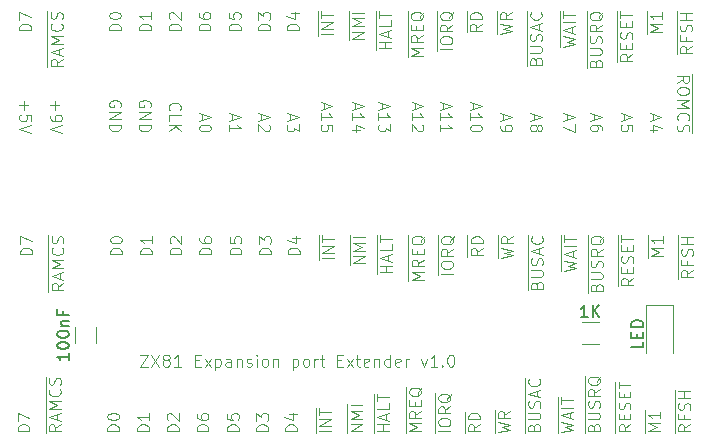
<source format=gbr>
%TF.GenerationSoftware,KiCad,Pcbnew,8.0.1*%
%TF.CreationDate,2024-04-15T14:43:50+02:00*%
%TF.ProjectId,zx81-bus-extender,7a783831-2d62-4757-932d-657874656e64,rev?*%
%TF.SameCoordinates,Original*%
%TF.FileFunction,Legend,Top*%
%TF.FilePolarity,Positive*%
%FSLAX46Y46*%
G04 Gerber Fmt 4.6, Leading zero omitted, Abs format (unit mm)*
G04 Created by KiCad (PCBNEW 8.0.1) date 2024-04-15 14:43:50*
%MOMM*%
%LPD*%
G01*
G04 APERTURE LIST*
%ADD10C,0.100000*%
%ADD11C,0.150000*%
%ADD12C,0.120000*%
G04 APERTURE END LIST*
D10*
X93488646Y-124832419D02*
X94155312Y-124832419D01*
X94155312Y-124832419D02*
X93488646Y-125832419D01*
X93488646Y-125832419D02*
X94155312Y-125832419D01*
X94441027Y-124832419D02*
X95107693Y-125832419D01*
X95107693Y-124832419D02*
X94441027Y-125832419D01*
X95631503Y-125260990D02*
X95536265Y-125213371D01*
X95536265Y-125213371D02*
X95488646Y-125165752D01*
X95488646Y-125165752D02*
X95441027Y-125070514D01*
X95441027Y-125070514D02*
X95441027Y-125022895D01*
X95441027Y-125022895D02*
X95488646Y-124927657D01*
X95488646Y-124927657D02*
X95536265Y-124880038D01*
X95536265Y-124880038D02*
X95631503Y-124832419D01*
X95631503Y-124832419D02*
X95821979Y-124832419D01*
X95821979Y-124832419D02*
X95917217Y-124880038D01*
X95917217Y-124880038D02*
X95964836Y-124927657D01*
X95964836Y-124927657D02*
X96012455Y-125022895D01*
X96012455Y-125022895D02*
X96012455Y-125070514D01*
X96012455Y-125070514D02*
X95964836Y-125165752D01*
X95964836Y-125165752D02*
X95917217Y-125213371D01*
X95917217Y-125213371D02*
X95821979Y-125260990D01*
X95821979Y-125260990D02*
X95631503Y-125260990D01*
X95631503Y-125260990D02*
X95536265Y-125308609D01*
X95536265Y-125308609D02*
X95488646Y-125356228D01*
X95488646Y-125356228D02*
X95441027Y-125451466D01*
X95441027Y-125451466D02*
X95441027Y-125641942D01*
X95441027Y-125641942D02*
X95488646Y-125737180D01*
X95488646Y-125737180D02*
X95536265Y-125784800D01*
X95536265Y-125784800D02*
X95631503Y-125832419D01*
X95631503Y-125832419D02*
X95821979Y-125832419D01*
X95821979Y-125832419D02*
X95917217Y-125784800D01*
X95917217Y-125784800D02*
X95964836Y-125737180D01*
X95964836Y-125737180D02*
X96012455Y-125641942D01*
X96012455Y-125641942D02*
X96012455Y-125451466D01*
X96012455Y-125451466D02*
X95964836Y-125356228D01*
X95964836Y-125356228D02*
X95917217Y-125308609D01*
X95917217Y-125308609D02*
X95821979Y-125260990D01*
X96964836Y-125832419D02*
X96393408Y-125832419D01*
X96679122Y-125832419D02*
X96679122Y-124832419D01*
X96679122Y-124832419D02*
X96583884Y-124975276D01*
X96583884Y-124975276D02*
X96488646Y-125070514D01*
X96488646Y-125070514D02*
X96393408Y-125118133D01*
X98155313Y-125308609D02*
X98488646Y-125308609D01*
X98631503Y-125832419D02*
X98155313Y-125832419D01*
X98155313Y-125832419D02*
X98155313Y-124832419D01*
X98155313Y-124832419D02*
X98631503Y-124832419D01*
X98964837Y-125832419D02*
X99488646Y-125165752D01*
X98964837Y-125165752D02*
X99488646Y-125832419D01*
X99869599Y-125165752D02*
X99869599Y-126165752D01*
X99869599Y-125213371D02*
X99964837Y-125165752D01*
X99964837Y-125165752D02*
X100155313Y-125165752D01*
X100155313Y-125165752D02*
X100250551Y-125213371D01*
X100250551Y-125213371D02*
X100298170Y-125260990D01*
X100298170Y-125260990D02*
X100345789Y-125356228D01*
X100345789Y-125356228D02*
X100345789Y-125641942D01*
X100345789Y-125641942D02*
X100298170Y-125737180D01*
X100298170Y-125737180D02*
X100250551Y-125784800D01*
X100250551Y-125784800D02*
X100155313Y-125832419D01*
X100155313Y-125832419D02*
X99964837Y-125832419D01*
X99964837Y-125832419D02*
X99869599Y-125784800D01*
X101202932Y-125832419D02*
X101202932Y-125308609D01*
X101202932Y-125308609D02*
X101155313Y-125213371D01*
X101155313Y-125213371D02*
X101060075Y-125165752D01*
X101060075Y-125165752D02*
X100869599Y-125165752D01*
X100869599Y-125165752D02*
X100774361Y-125213371D01*
X101202932Y-125784800D02*
X101107694Y-125832419D01*
X101107694Y-125832419D02*
X100869599Y-125832419D01*
X100869599Y-125832419D02*
X100774361Y-125784800D01*
X100774361Y-125784800D02*
X100726742Y-125689561D01*
X100726742Y-125689561D02*
X100726742Y-125594323D01*
X100726742Y-125594323D02*
X100774361Y-125499085D01*
X100774361Y-125499085D02*
X100869599Y-125451466D01*
X100869599Y-125451466D02*
X101107694Y-125451466D01*
X101107694Y-125451466D02*
X101202932Y-125403847D01*
X101679123Y-125165752D02*
X101679123Y-125832419D01*
X101679123Y-125260990D02*
X101726742Y-125213371D01*
X101726742Y-125213371D02*
X101821980Y-125165752D01*
X101821980Y-125165752D02*
X101964837Y-125165752D01*
X101964837Y-125165752D02*
X102060075Y-125213371D01*
X102060075Y-125213371D02*
X102107694Y-125308609D01*
X102107694Y-125308609D02*
X102107694Y-125832419D01*
X102536266Y-125784800D02*
X102631504Y-125832419D01*
X102631504Y-125832419D02*
X102821980Y-125832419D01*
X102821980Y-125832419D02*
X102917218Y-125784800D01*
X102917218Y-125784800D02*
X102964837Y-125689561D01*
X102964837Y-125689561D02*
X102964837Y-125641942D01*
X102964837Y-125641942D02*
X102917218Y-125546704D01*
X102917218Y-125546704D02*
X102821980Y-125499085D01*
X102821980Y-125499085D02*
X102679123Y-125499085D01*
X102679123Y-125499085D02*
X102583885Y-125451466D01*
X102583885Y-125451466D02*
X102536266Y-125356228D01*
X102536266Y-125356228D02*
X102536266Y-125308609D01*
X102536266Y-125308609D02*
X102583885Y-125213371D01*
X102583885Y-125213371D02*
X102679123Y-125165752D01*
X102679123Y-125165752D02*
X102821980Y-125165752D01*
X102821980Y-125165752D02*
X102917218Y-125213371D01*
X103393409Y-125832419D02*
X103393409Y-125165752D01*
X103393409Y-124832419D02*
X103345790Y-124880038D01*
X103345790Y-124880038D02*
X103393409Y-124927657D01*
X103393409Y-124927657D02*
X103441028Y-124880038D01*
X103441028Y-124880038D02*
X103393409Y-124832419D01*
X103393409Y-124832419D02*
X103393409Y-124927657D01*
X104012456Y-125832419D02*
X103917218Y-125784800D01*
X103917218Y-125784800D02*
X103869599Y-125737180D01*
X103869599Y-125737180D02*
X103821980Y-125641942D01*
X103821980Y-125641942D02*
X103821980Y-125356228D01*
X103821980Y-125356228D02*
X103869599Y-125260990D01*
X103869599Y-125260990D02*
X103917218Y-125213371D01*
X103917218Y-125213371D02*
X104012456Y-125165752D01*
X104012456Y-125165752D02*
X104155313Y-125165752D01*
X104155313Y-125165752D02*
X104250551Y-125213371D01*
X104250551Y-125213371D02*
X104298170Y-125260990D01*
X104298170Y-125260990D02*
X104345789Y-125356228D01*
X104345789Y-125356228D02*
X104345789Y-125641942D01*
X104345789Y-125641942D02*
X104298170Y-125737180D01*
X104298170Y-125737180D02*
X104250551Y-125784800D01*
X104250551Y-125784800D02*
X104155313Y-125832419D01*
X104155313Y-125832419D02*
X104012456Y-125832419D01*
X104774361Y-125165752D02*
X104774361Y-125832419D01*
X104774361Y-125260990D02*
X104821980Y-125213371D01*
X104821980Y-125213371D02*
X104917218Y-125165752D01*
X104917218Y-125165752D02*
X105060075Y-125165752D01*
X105060075Y-125165752D02*
X105155313Y-125213371D01*
X105155313Y-125213371D02*
X105202932Y-125308609D01*
X105202932Y-125308609D02*
X105202932Y-125832419D01*
X106441028Y-125165752D02*
X106441028Y-126165752D01*
X106441028Y-125213371D02*
X106536266Y-125165752D01*
X106536266Y-125165752D02*
X106726742Y-125165752D01*
X106726742Y-125165752D02*
X106821980Y-125213371D01*
X106821980Y-125213371D02*
X106869599Y-125260990D01*
X106869599Y-125260990D02*
X106917218Y-125356228D01*
X106917218Y-125356228D02*
X106917218Y-125641942D01*
X106917218Y-125641942D02*
X106869599Y-125737180D01*
X106869599Y-125737180D02*
X106821980Y-125784800D01*
X106821980Y-125784800D02*
X106726742Y-125832419D01*
X106726742Y-125832419D02*
X106536266Y-125832419D01*
X106536266Y-125832419D02*
X106441028Y-125784800D01*
X107488647Y-125832419D02*
X107393409Y-125784800D01*
X107393409Y-125784800D02*
X107345790Y-125737180D01*
X107345790Y-125737180D02*
X107298171Y-125641942D01*
X107298171Y-125641942D02*
X107298171Y-125356228D01*
X107298171Y-125356228D02*
X107345790Y-125260990D01*
X107345790Y-125260990D02*
X107393409Y-125213371D01*
X107393409Y-125213371D02*
X107488647Y-125165752D01*
X107488647Y-125165752D02*
X107631504Y-125165752D01*
X107631504Y-125165752D02*
X107726742Y-125213371D01*
X107726742Y-125213371D02*
X107774361Y-125260990D01*
X107774361Y-125260990D02*
X107821980Y-125356228D01*
X107821980Y-125356228D02*
X107821980Y-125641942D01*
X107821980Y-125641942D02*
X107774361Y-125737180D01*
X107774361Y-125737180D02*
X107726742Y-125784800D01*
X107726742Y-125784800D02*
X107631504Y-125832419D01*
X107631504Y-125832419D02*
X107488647Y-125832419D01*
X108250552Y-125832419D02*
X108250552Y-125165752D01*
X108250552Y-125356228D02*
X108298171Y-125260990D01*
X108298171Y-125260990D02*
X108345790Y-125213371D01*
X108345790Y-125213371D02*
X108441028Y-125165752D01*
X108441028Y-125165752D02*
X108536266Y-125165752D01*
X108726743Y-125165752D02*
X109107695Y-125165752D01*
X108869600Y-124832419D02*
X108869600Y-125689561D01*
X108869600Y-125689561D02*
X108917219Y-125784800D01*
X108917219Y-125784800D02*
X109012457Y-125832419D01*
X109012457Y-125832419D02*
X109107695Y-125832419D01*
X110202934Y-125308609D02*
X110536267Y-125308609D01*
X110679124Y-125832419D02*
X110202934Y-125832419D01*
X110202934Y-125832419D02*
X110202934Y-124832419D01*
X110202934Y-124832419D02*
X110679124Y-124832419D01*
X111012458Y-125832419D02*
X111536267Y-125165752D01*
X111012458Y-125165752D02*
X111536267Y-125832419D01*
X111774363Y-125165752D02*
X112155315Y-125165752D01*
X111917220Y-124832419D02*
X111917220Y-125689561D01*
X111917220Y-125689561D02*
X111964839Y-125784800D01*
X111964839Y-125784800D02*
X112060077Y-125832419D01*
X112060077Y-125832419D02*
X112155315Y-125832419D01*
X112869601Y-125784800D02*
X112774363Y-125832419D01*
X112774363Y-125832419D02*
X112583887Y-125832419D01*
X112583887Y-125832419D02*
X112488649Y-125784800D01*
X112488649Y-125784800D02*
X112441030Y-125689561D01*
X112441030Y-125689561D02*
X112441030Y-125308609D01*
X112441030Y-125308609D02*
X112488649Y-125213371D01*
X112488649Y-125213371D02*
X112583887Y-125165752D01*
X112583887Y-125165752D02*
X112774363Y-125165752D01*
X112774363Y-125165752D02*
X112869601Y-125213371D01*
X112869601Y-125213371D02*
X112917220Y-125308609D01*
X112917220Y-125308609D02*
X112917220Y-125403847D01*
X112917220Y-125403847D02*
X112441030Y-125499085D01*
X113345792Y-125165752D02*
X113345792Y-125832419D01*
X113345792Y-125260990D02*
X113393411Y-125213371D01*
X113393411Y-125213371D02*
X113488649Y-125165752D01*
X113488649Y-125165752D02*
X113631506Y-125165752D01*
X113631506Y-125165752D02*
X113726744Y-125213371D01*
X113726744Y-125213371D02*
X113774363Y-125308609D01*
X113774363Y-125308609D02*
X113774363Y-125832419D01*
X114679125Y-125832419D02*
X114679125Y-124832419D01*
X114679125Y-125784800D02*
X114583887Y-125832419D01*
X114583887Y-125832419D02*
X114393411Y-125832419D01*
X114393411Y-125832419D02*
X114298173Y-125784800D01*
X114298173Y-125784800D02*
X114250554Y-125737180D01*
X114250554Y-125737180D02*
X114202935Y-125641942D01*
X114202935Y-125641942D02*
X114202935Y-125356228D01*
X114202935Y-125356228D02*
X114250554Y-125260990D01*
X114250554Y-125260990D02*
X114298173Y-125213371D01*
X114298173Y-125213371D02*
X114393411Y-125165752D01*
X114393411Y-125165752D02*
X114583887Y-125165752D01*
X114583887Y-125165752D02*
X114679125Y-125213371D01*
X115536268Y-125784800D02*
X115441030Y-125832419D01*
X115441030Y-125832419D02*
X115250554Y-125832419D01*
X115250554Y-125832419D02*
X115155316Y-125784800D01*
X115155316Y-125784800D02*
X115107697Y-125689561D01*
X115107697Y-125689561D02*
X115107697Y-125308609D01*
X115107697Y-125308609D02*
X115155316Y-125213371D01*
X115155316Y-125213371D02*
X115250554Y-125165752D01*
X115250554Y-125165752D02*
X115441030Y-125165752D01*
X115441030Y-125165752D02*
X115536268Y-125213371D01*
X115536268Y-125213371D02*
X115583887Y-125308609D01*
X115583887Y-125308609D02*
X115583887Y-125403847D01*
X115583887Y-125403847D02*
X115107697Y-125499085D01*
X116012459Y-125832419D02*
X116012459Y-125165752D01*
X116012459Y-125356228D02*
X116060078Y-125260990D01*
X116060078Y-125260990D02*
X116107697Y-125213371D01*
X116107697Y-125213371D02*
X116202935Y-125165752D01*
X116202935Y-125165752D02*
X116298173Y-125165752D01*
X117298174Y-125165752D02*
X117536269Y-125832419D01*
X117536269Y-125832419D02*
X117774364Y-125165752D01*
X118679126Y-125832419D02*
X118107698Y-125832419D01*
X118393412Y-125832419D02*
X118393412Y-124832419D01*
X118393412Y-124832419D02*
X118298174Y-124975276D01*
X118298174Y-124975276D02*
X118202936Y-125070514D01*
X118202936Y-125070514D02*
X118107698Y-125118133D01*
X119107698Y-125737180D02*
X119155317Y-125784800D01*
X119155317Y-125784800D02*
X119107698Y-125832419D01*
X119107698Y-125832419D02*
X119060079Y-125784800D01*
X119060079Y-125784800D02*
X119107698Y-125737180D01*
X119107698Y-125737180D02*
X119107698Y-125832419D01*
X119774364Y-124832419D02*
X119869602Y-124832419D01*
X119869602Y-124832419D02*
X119964840Y-124880038D01*
X119964840Y-124880038D02*
X120012459Y-124927657D01*
X120012459Y-124927657D02*
X120060078Y-125022895D01*
X120060078Y-125022895D02*
X120107697Y-125213371D01*
X120107697Y-125213371D02*
X120107697Y-125451466D01*
X120107697Y-125451466D02*
X120060078Y-125641942D01*
X120060078Y-125641942D02*
X120012459Y-125737180D01*
X120012459Y-125737180D02*
X119964840Y-125784800D01*
X119964840Y-125784800D02*
X119869602Y-125832419D01*
X119869602Y-125832419D02*
X119774364Y-125832419D01*
X119774364Y-125832419D02*
X119679126Y-125784800D01*
X119679126Y-125784800D02*
X119631507Y-125737180D01*
X119631507Y-125737180D02*
X119583888Y-125641942D01*
X119583888Y-125641942D02*
X119536269Y-125451466D01*
X119536269Y-125451466D02*
X119536269Y-125213371D01*
X119536269Y-125213371D02*
X119583888Y-125022895D01*
X119583888Y-125022895D02*
X119631507Y-124927657D01*
X119631507Y-124927657D02*
X119679126Y-124880038D01*
X119679126Y-124880038D02*
X119774364Y-124832419D01*
X94344961Y-103831979D02*
X94392580Y-103736741D01*
X94392580Y-103736741D02*
X94392580Y-103593884D01*
X94392580Y-103593884D02*
X94344961Y-103451027D01*
X94344961Y-103451027D02*
X94249723Y-103355789D01*
X94249723Y-103355789D02*
X94154485Y-103308170D01*
X94154485Y-103308170D02*
X93964009Y-103260551D01*
X93964009Y-103260551D02*
X93821152Y-103260551D01*
X93821152Y-103260551D02*
X93630676Y-103308170D01*
X93630676Y-103308170D02*
X93535438Y-103355789D01*
X93535438Y-103355789D02*
X93440200Y-103451027D01*
X93440200Y-103451027D02*
X93392580Y-103593884D01*
X93392580Y-103593884D02*
X93392580Y-103689122D01*
X93392580Y-103689122D02*
X93440200Y-103831979D01*
X93440200Y-103831979D02*
X93487819Y-103879598D01*
X93487819Y-103879598D02*
X93821152Y-103879598D01*
X93821152Y-103879598D02*
X93821152Y-103689122D01*
X93392580Y-104308170D02*
X94392580Y-104308170D01*
X94392580Y-104308170D02*
X93392580Y-104879598D01*
X93392580Y-104879598D02*
X94392580Y-104879598D01*
X93392580Y-105355789D02*
X94392580Y-105355789D01*
X94392580Y-105355789D02*
X94392580Y-105593884D01*
X94392580Y-105593884D02*
X94344961Y-105736741D01*
X94344961Y-105736741D02*
X94249723Y-105831979D01*
X94249723Y-105831979D02*
X94154485Y-105879598D01*
X94154485Y-105879598D02*
X93964009Y-105927217D01*
X93964009Y-105927217D02*
X93821152Y-105927217D01*
X93821152Y-105927217D02*
X93630676Y-105879598D01*
X93630676Y-105879598D02*
X93535438Y-105831979D01*
X93535438Y-105831979D02*
X93440200Y-105736741D01*
X93440200Y-105736741D02*
X93392580Y-105593884D01*
X93392580Y-105593884D02*
X93392580Y-105355789D01*
X120007419Y-117962305D02*
X119007419Y-117962305D01*
X119007419Y-117295639D02*
X119007419Y-117105163D01*
X119007419Y-117105163D02*
X119055038Y-117009925D01*
X119055038Y-117009925D02*
X119150276Y-116914687D01*
X119150276Y-116914687D02*
X119340752Y-116867068D01*
X119340752Y-116867068D02*
X119674085Y-116867068D01*
X119674085Y-116867068D02*
X119864561Y-116914687D01*
X119864561Y-116914687D02*
X119959800Y-117009925D01*
X119959800Y-117009925D02*
X120007419Y-117105163D01*
X120007419Y-117105163D02*
X120007419Y-117295639D01*
X120007419Y-117295639D02*
X119959800Y-117390877D01*
X119959800Y-117390877D02*
X119864561Y-117486115D01*
X119864561Y-117486115D02*
X119674085Y-117533734D01*
X119674085Y-117533734D02*
X119340752Y-117533734D01*
X119340752Y-117533734D02*
X119150276Y-117486115D01*
X119150276Y-117486115D02*
X119055038Y-117390877D01*
X119055038Y-117390877D02*
X119007419Y-117295639D01*
X120007419Y-115867068D02*
X119531228Y-116200401D01*
X120007419Y-116438496D02*
X119007419Y-116438496D01*
X119007419Y-116438496D02*
X119007419Y-116057544D01*
X119007419Y-116057544D02*
X119055038Y-115962306D01*
X119055038Y-115962306D02*
X119102657Y-115914687D01*
X119102657Y-115914687D02*
X119197895Y-115867068D01*
X119197895Y-115867068D02*
X119340752Y-115867068D01*
X119340752Y-115867068D02*
X119435990Y-115914687D01*
X119435990Y-115914687D02*
X119483609Y-115962306D01*
X119483609Y-115962306D02*
X119531228Y-116057544D01*
X119531228Y-116057544D02*
X119531228Y-116438496D01*
X120102657Y-114771830D02*
X120055038Y-114867068D01*
X120055038Y-114867068D02*
X119959800Y-114962306D01*
X119959800Y-114962306D02*
X119816942Y-115105163D01*
X119816942Y-115105163D02*
X119769323Y-115200401D01*
X119769323Y-115200401D02*
X119769323Y-115295639D01*
X120007419Y-115248020D02*
X119959800Y-115343258D01*
X119959800Y-115343258D02*
X119864561Y-115438496D01*
X119864561Y-115438496D02*
X119674085Y-115486115D01*
X119674085Y-115486115D02*
X119340752Y-115486115D01*
X119340752Y-115486115D02*
X119150276Y-115438496D01*
X119150276Y-115438496D02*
X119055038Y-115343258D01*
X119055038Y-115343258D02*
X119007419Y-115248020D01*
X119007419Y-115248020D02*
X119007419Y-115057544D01*
X119007419Y-115057544D02*
X119055038Y-114962306D01*
X119055038Y-114962306D02*
X119150276Y-114867068D01*
X119150276Y-114867068D02*
X119340752Y-114819449D01*
X119340752Y-114819449D02*
X119674085Y-114819449D01*
X119674085Y-114819449D02*
X119864561Y-114867068D01*
X119864561Y-114867068D02*
X119959800Y-114962306D01*
X119959800Y-114962306D02*
X120007419Y-115057544D01*
X120007419Y-115057544D02*
X120007419Y-115248020D01*
X118729800Y-118100401D02*
X118729800Y-114728973D01*
X101328295Y-104498646D02*
X101328295Y-104974836D01*
X101042580Y-104403408D02*
X102042580Y-104736741D01*
X102042580Y-104736741D02*
X101042580Y-105070074D01*
X101042580Y-105927217D02*
X101042580Y-105355789D01*
X101042580Y-105641503D02*
X102042580Y-105641503D01*
X102042580Y-105641503D02*
X101899723Y-105546265D01*
X101899723Y-105546265D02*
X101804485Y-105451027D01*
X101804485Y-105451027D02*
X101756866Y-105355789D01*
X129628295Y-104498646D02*
X129628295Y-104974836D01*
X129342580Y-104403408D02*
X130342580Y-104736741D01*
X130342580Y-104736741D02*
X129342580Y-105070074D01*
X130342580Y-105308170D02*
X130342580Y-105974836D01*
X130342580Y-105974836D02*
X129342580Y-105546265D01*
X131928295Y-104498646D02*
X131928295Y-104974836D01*
X131642580Y-104403408D02*
X132642580Y-104736741D01*
X132642580Y-104736741D02*
X131642580Y-105070074D01*
X132642580Y-105831979D02*
X132642580Y-105641503D01*
X132642580Y-105641503D02*
X132594961Y-105546265D01*
X132594961Y-105546265D02*
X132547342Y-105498646D01*
X132547342Y-105498646D02*
X132404485Y-105403408D01*
X132404485Y-105403408D02*
X132214009Y-105355789D01*
X132214009Y-105355789D02*
X131833057Y-105355789D01*
X131833057Y-105355789D02*
X131737819Y-105403408D01*
X131737819Y-105403408D02*
X131690200Y-105451027D01*
X131690200Y-105451027D02*
X131642580Y-105546265D01*
X131642580Y-105546265D02*
X131642580Y-105736741D01*
X131642580Y-105736741D02*
X131690200Y-105831979D01*
X131690200Y-105831979D02*
X131737819Y-105879598D01*
X131737819Y-105879598D02*
X131833057Y-105927217D01*
X131833057Y-105927217D02*
X132071152Y-105927217D01*
X132071152Y-105927217D02*
X132166390Y-105879598D01*
X132166390Y-105879598D02*
X132214009Y-105831979D01*
X132214009Y-105831979D02*
X132261628Y-105736741D01*
X132261628Y-105736741D02*
X132261628Y-105546265D01*
X132261628Y-105546265D02*
X132214009Y-105451027D01*
X132214009Y-105451027D02*
X132166390Y-105403408D01*
X132166390Y-105403408D02*
X132071152Y-105355789D01*
X84364527Y-116343258D02*
X83364527Y-116343258D01*
X83364527Y-116343258D02*
X83364527Y-116105163D01*
X83364527Y-116105163D02*
X83412146Y-115962306D01*
X83412146Y-115962306D02*
X83507384Y-115867068D01*
X83507384Y-115867068D02*
X83602622Y-115819449D01*
X83602622Y-115819449D02*
X83793098Y-115771830D01*
X83793098Y-115771830D02*
X83935955Y-115771830D01*
X83935955Y-115771830D02*
X84126431Y-115819449D01*
X84126431Y-115819449D02*
X84221669Y-115867068D01*
X84221669Y-115867068D02*
X84316908Y-115962306D01*
X84316908Y-115962306D02*
X84364527Y-116105163D01*
X84364527Y-116105163D02*
X84364527Y-116343258D01*
X83364527Y-115438496D02*
X83364527Y-114771830D01*
X83364527Y-114771830D02*
X84364527Y-115200401D01*
X91844961Y-103831979D02*
X91892580Y-103736741D01*
X91892580Y-103736741D02*
X91892580Y-103593884D01*
X91892580Y-103593884D02*
X91844961Y-103451027D01*
X91844961Y-103451027D02*
X91749723Y-103355789D01*
X91749723Y-103355789D02*
X91654485Y-103308170D01*
X91654485Y-103308170D02*
X91464009Y-103260551D01*
X91464009Y-103260551D02*
X91321152Y-103260551D01*
X91321152Y-103260551D02*
X91130676Y-103308170D01*
X91130676Y-103308170D02*
X91035438Y-103355789D01*
X91035438Y-103355789D02*
X90940200Y-103451027D01*
X90940200Y-103451027D02*
X90892580Y-103593884D01*
X90892580Y-103593884D02*
X90892580Y-103689122D01*
X90892580Y-103689122D02*
X90940200Y-103831979D01*
X90940200Y-103831979D02*
X90987819Y-103879598D01*
X90987819Y-103879598D02*
X91321152Y-103879598D01*
X91321152Y-103879598D02*
X91321152Y-103689122D01*
X90892580Y-104308170D02*
X91892580Y-104308170D01*
X91892580Y-104308170D02*
X90892580Y-104879598D01*
X90892580Y-104879598D02*
X91892580Y-104879598D01*
X90892580Y-105355789D02*
X91892580Y-105355789D01*
X91892580Y-105355789D02*
X91892580Y-105593884D01*
X91892580Y-105593884D02*
X91844961Y-105736741D01*
X91844961Y-105736741D02*
X91749723Y-105831979D01*
X91749723Y-105831979D02*
X91654485Y-105879598D01*
X91654485Y-105879598D02*
X91464009Y-105927217D01*
X91464009Y-105927217D02*
X91321152Y-105927217D01*
X91321152Y-105927217D02*
X91130676Y-105879598D01*
X91130676Y-105879598D02*
X91035438Y-105831979D01*
X91035438Y-105831979D02*
X90940200Y-105736741D01*
X90940200Y-105736741D02*
X90892580Y-105593884D01*
X90892580Y-105593884D02*
X90892580Y-105355789D01*
X119178295Y-103546265D02*
X119178295Y-104022455D01*
X118892580Y-103451027D02*
X119892580Y-103784360D01*
X119892580Y-103784360D02*
X118892580Y-104117693D01*
X118892580Y-104974836D02*
X118892580Y-104403408D01*
X118892580Y-104689122D02*
X119892580Y-104689122D01*
X119892580Y-104689122D02*
X119749723Y-104593884D01*
X119749723Y-104593884D02*
X119654485Y-104498646D01*
X119654485Y-104498646D02*
X119606866Y-104403408D01*
X118892580Y-105927217D02*
X118892580Y-105355789D01*
X118892580Y-105641503D02*
X119892580Y-105641503D01*
X119892580Y-105641503D02*
X119749723Y-105546265D01*
X119749723Y-105546265D02*
X119654485Y-105451027D01*
X119654485Y-105451027D02*
X119606866Y-105355789D01*
X104598477Y-116343258D02*
X103598477Y-116343258D01*
X103598477Y-116343258D02*
X103598477Y-116105163D01*
X103598477Y-116105163D02*
X103646096Y-115962306D01*
X103646096Y-115962306D02*
X103741334Y-115867068D01*
X103741334Y-115867068D02*
X103836572Y-115819449D01*
X103836572Y-115819449D02*
X104027048Y-115771830D01*
X104027048Y-115771830D02*
X104169905Y-115771830D01*
X104169905Y-115771830D02*
X104360381Y-115819449D01*
X104360381Y-115819449D02*
X104455619Y-115867068D01*
X104455619Y-115867068D02*
X104550858Y-115962306D01*
X104550858Y-115962306D02*
X104598477Y-116105163D01*
X104598477Y-116105163D02*
X104598477Y-116343258D01*
X103598477Y-115438496D02*
X103598477Y-114819449D01*
X103598477Y-114819449D02*
X103979429Y-115152782D01*
X103979429Y-115152782D02*
X103979429Y-115009925D01*
X103979429Y-115009925D02*
X104027048Y-114914687D01*
X104027048Y-114914687D02*
X104074667Y-114867068D01*
X104074667Y-114867068D02*
X104169905Y-114819449D01*
X104169905Y-114819449D02*
X104408000Y-114819449D01*
X104408000Y-114819449D02*
X104503238Y-114867068D01*
X104503238Y-114867068D02*
X104550858Y-114914687D01*
X104550858Y-114914687D02*
X104598477Y-115009925D01*
X104598477Y-115009925D02*
X104598477Y-115295639D01*
X104598477Y-115295639D02*
X104550858Y-115390877D01*
X104550858Y-115390877D02*
X104503238Y-115438496D01*
X129419145Y-117724210D02*
X130419145Y-117486115D01*
X130419145Y-117486115D02*
X129704859Y-117295639D01*
X129704859Y-117295639D02*
X130419145Y-117105163D01*
X130419145Y-117105163D02*
X129419145Y-116867068D01*
X130133430Y-116533734D02*
X130133430Y-116057544D01*
X130419145Y-116628972D02*
X129419145Y-116295639D01*
X129419145Y-116295639D02*
X130419145Y-115962306D01*
X130419145Y-115628972D02*
X129419145Y-115628972D01*
X129419145Y-115295639D02*
X129419145Y-114724211D01*
X130419145Y-115009925D02*
X129419145Y-115009925D01*
X129141526Y-117767068D02*
X129141526Y-114728973D01*
X116778295Y-103546265D02*
X116778295Y-104022455D01*
X116492580Y-103451027D02*
X117492580Y-103784360D01*
X117492580Y-103784360D02*
X116492580Y-104117693D01*
X116492580Y-104974836D02*
X116492580Y-104403408D01*
X116492580Y-104689122D02*
X117492580Y-104689122D01*
X117492580Y-104689122D02*
X117349723Y-104593884D01*
X117349723Y-104593884D02*
X117254485Y-104498646D01*
X117254485Y-104498646D02*
X117206866Y-104403408D01*
X117397342Y-105355789D02*
X117444961Y-105403408D01*
X117444961Y-105403408D02*
X117492580Y-105498646D01*
X117492580Y-105498646D02*
X117492580Y-105736741D01*
X117492580Y-105736741D02*
X117444961Y-105831979D01*
X117444961Y-105831979D02*
X117397342Y-105879598D01*
X117397342Y-105879598D02*
X117302104Y-105927217D01*
X117302104Y-105927217D02*
X117206866Y-105927217D01*
X117206866Y-105927217D02*
X117064009Y-105879598D01*
X117064009Y-105879598D02*
X116492580Y-105308170D01*
X116492580Y-105308170D02*
X116492580Y-105927217D01*
X109078295Y-103546265D02*
X109078295Y-104022455D01*
X108792580Y-103451027D02*
X109792580Y-103784360D01*
X109792580Y-103784360D02*
X108792580Y-104117693D01*
X108792580Y-104974836D02*
X108792580Y-104403408D01*
X108792580Y-104689122D02*
X109792580Y-104689122D01*
X109792580Y-104689122D02*
X109649723Y-104593884D01*
X109649723Y-104593884D02*
X109554485Y-104498646D01*
X109554485Y-104498646D02*
X109506866Y-104403408D01*
X109792580Y-105879598D02*
X109792580Y-105403408D01*
X109792580Y-105403408D02*
X109316390Y-105355789D01*
X109316390Y-105355789D02*
X109364009Y-105403408D01*
X109364009Y-105403408D02*
X109411628Y-105498646D01*
X109411628Y-105498646D02*
X109411628Y-105736741D01*
X109411628Y-105736741D02*
X109364009Y-105831979D01*
X109364009Y-105831979D02*
X109316390Y-105879598D01*
X109316390Y-105879598D02*
X109221152Y-105927217D01*
X109221152Y-105927217D02*
X108983057Y-105927217D01*
X108983057Y-105927217D02*
X108887819Y-105879598D01*
X108887819Y-105879598D02*
X108840200Y-105831979D01*
X108840200Y-105831979D02*
X108792580Y-105736741D01*
X108792580Y-105736741D02*
X108792580Y-105498646D01*
X108792580Y-105498646D02*
X108840200Y-105403408D01*
X108840200Y-105403408D02*
X108887819Y-105355789D01*
X103778295Y-104498646D02*
X103778295Y-104974836D01*
X103492580Y-104403408D02*
X104492580Y-104736741D01*
X104492580Y-104736741D02*
X103492580Y-105070074D01*
X104397342Y-105355789D02*
X104444961Y-105403408D01*
X104444961Y-105403408D02*
X104492580Y-105498646D01*
X104492580Y-105498646D02*
X104492580Y-105736741D01*
X104492580Y-105736741D02*
X104444961Y-105831979D01*
X104444961Y-105831979D02*
X104397342Y-105879598D01*
X104397342Y-105879598D02*
X104302104Y-105927217D01*
X104302104Y-105927217D02*
X104206866Y-105927217D01*
X104206866Y-105927217D02*
X104064009Y-105879598D01*
X104064009Y-105879598D02*
X103492580Y-105308170D01*
X103492580Y-105308170D02*
X103492580Y-105927217D01*
X102091687Y-116343258D02*
X101091687Y-116343258D01*
X101091687Y-116343258D02*
X101091687Y-116105163D01*
X101091687Y-116105163D02*
X101139306Y-115962306D01*
X101139306Y-115962306D02*
X101234544Y-115867068D01*
X101234544Y-115867068D02*
X101329782Y-115819449D01*
X101329782Y-115819449D02*
X101520258Y-115771830D01*
X101520258Y-115771830D02*
X101663115Y-115771830D01*
X101663115Y-115771830D02*
X101853591Y-115819449D01*
X101853591Y-115819449D02*
X101948829Y-115867068D01*
X101948829Y-115867068D02*
X102044068Y-115962306D01*
X102044068Y-115962306D02*
X102091687Y-116105163D01*
X102091687Y-116105163D02*
X102091687Y-116343258D01*
X101091687Y-114867068D02*
X101091687Y-115343258D01*
X101091687Y-115343258D02*
X101567877Y-115390877D01*
X101567877Y-115390877D02*
X101520258Y-115343258D01*
X101520258Y-115343258D02*
X101472639Y-115248020D01*
X101472639Y-115248020D02*
X101472639Y-115009925D01*
X101472639Y-115009925D02*
X101520258Y-114914687D01*
X101520258Y-114914687D02*
X101567877Y-114867068D01*
X101567877Y-114867068D02*
X101663115Y-114819449D01*
X101663115Y-114819449D02*
X101901210Y-114819449D01*
X101901210Y-114819449D02*
X101996448Y-114867068D01*
X101996448Y-114867068D02*
X102044068Y-114914687D01*
X102044068Y-114914687D02*
X102091687Y-115009925D01*
X102091687Y-115009925D02*
X102091687Y-115248020D01*
X102091687Y-115248020D02*
X102044068Y-115343258D01*
X102044068Y-115343258D02*
X101996448Y-115390877D01*
X124057419Y-116628972D02*
X125057419Y-116390877D01*
X125057419Y-116390877D02*
X124343133Y-116200401D01*
X124343133Y-116200401D02*
X125057419Y-116009925D01*
X125057419Y-116009925D02*
X124057419Y-115771830D01*
X125057419Y-114819449D02*
X124581228Y-115152782D01*
X125057419Y-115390877D02*
X124057419Y-115390877D01*
X124057419Y-115390877D02*
X124057419Y-115009925D01*
X124057419Y-115009925D02*
X124105038Y-114914687D01*
X124105038Y-114914687D02*
X124152657Y-114867068D01*
X124152657Y-114867068D02*
X124247895Y-114819449D01*
X124247895Y-114819449D02*
X124390752Y-114819449D01*
X124390752Y-114819449D02*
X124485990Y-114867068D01*
X124485990Y-114867068D02*
X124533609Y-114914687D01*
X124533609Y-114914687D02*
X124581228Y-115009925D01*
X124581228Y-115009925D02*
X124581228Y-115390877D01*
X123779800Y-116671830D02*
X123779800Y-114728973D01*
X136928295Y-104498646D02*
X136928295Y-104974836D01*
X136642580Y-104403408D02*
X137642580Y-104736741D01*
X137642580Y-104736741D02*
X136642580Y-105070074D01*
X137309247Y-105831979D02*
X136642580Y-105831979D01*
X137690200Y-105593884D02*
X136975914Y-105355789D01*
X136975914Y-105355789D02*
X136975914Y-105974836D01*
X137757419Y-116486115D02*
X136757419Y-116486115D01*
X136757419Y-116486115D02*
X137471704Y-116152782D01*
X137471704Y-116152782D02*
X136757419Y-115819449D01*
X136757419Y-115819449D02*
X137757419Y-115819449D01*
X137757419Y-114819449D02*
X137757419Y-115390877D01*
X137757419Y-115105163D02*
X136757419Y-115105163D01*
X136757419Y-115105163D02*
X136900276Y-115200401D01*
X136900276Y-115200401D02*
X136995514Y-115295639D01*
X136995514Y-115295639D02*
X137043133Y-115390877D01*
X136479800Y-116624211D02*
X136479800Y-114728973D01*
X111728295Y-103546265D02*
X111728295Y-104022455D01*
X111442580Y-103451027D02*
X112442580Y-103784360D01*
X112442580Y-103784360D02*
X111442580Y-104117693D01*
X111442580Y-104974836D02*
X111442580Y-104403408D01*
X111442580Y-104689122D02*
X112442580Y-104689122D01*
X112442580Y-104689122D02*
X112299723Y-104593884D01*
X112299723Y-104593884D02*
X112204485Y-104498646D01*
X112204485Y-104498646D02*
X112156866Y-104403408D01*
X112109247Y-105831979D02*
X111442580Y-105831979D01*
X112490200Y-105593884D02*
X111775914Y-105355789D01*
X111775914Y-105355789D02*
X111775914Y-105974836D01*
X94514527Y-116343258D02*
X93514527Y-116343258D01*
X93514527Y-116343258D02*
X93514527Y-116105163D01*
X93514527Y-116105163D02*
X93562146Y-115962306D01*
X93562146Y-115962306D02*
X93657384Y-115867068D01*
X93657384Y-115867068D02*
X93752622Y-115819449D01*
X93752622Y-115819449D02*
X93943098Y-115771830D01*
X93943098Y-115771830D02*
X94085955Y-115771830D01*
X94085955Y-115771830D02*
X94276431Y-115819449D01*
X94276431Y-115819449D02*
X94371669Y-115867068D01*
X94371669Y-115867068D02*
X94466908Y-115962306D01*
X94466908Y-115962306D02*
X94514527Y-116105163D01*
X94514527Y-116105163D02*
X94514527Y-116343258D01*
X94514527Y-114819449D02*
X94514527Y-115390877D01*
X94514527Y-115105163D02*
X93514527Y-115105163D01*
X93514527Y-115105163D02*
X93657384Y-115200401D01*
X93657384Y-115200401D02*
X93752622Y-115295639D01*
X93752622Y-115295639D02*
X93800241Y-115390877D01*
X126828295Y-104498646D02*
X126828295Y-104974836D01*
X126542580Y-104403408D02*
X127542580Y-104736741D01*
X127542580Y-104736741D02*
X126542580Y-105070074D01*
X127114009Y-105546265D02*
X127161628Y-105451027D01*
X127161628Y-105451027D02*
X127209247Y-105403408D01*
X127209247Y-105403408D02*
X127304485Y-105355789D01*
X127304485Y-105355789D02*
X127352104Y-105355789D01*
X127352104Y-105355789D02*
X127447342Y-105403408D01*
X127447342Y-105403408D02*
X127494961Y-105451027D01*
X127494961Y-105451027D02*
X127542580Y-105546265D01*
X127542580Y-105546265D02*
X127542580Y-105736741D01*
X127542580Y-105736741D02*
X127494961Y-105831979D01*
X127494961Y-105831979D02*
X127447342Y-105879598D01*
X127447342Y-105879598D02*
X127352104Y-105927217D01*
X127352104Y-105927217D02*
X127304485Y-105927217D01*
X127304485Y-105927217D02*
X127209247Y-105879598D01*
X127209247Y-105879598D02*
X127161628Y-105831979D01*
X127161628Y-105831979D02*
X127114009Y-105736741D01*
X127114009Y-105736741D02*
X127114009Y-105546265D01*
X127114009Y-105546265D02*
X127066390Y-105451027D01*
X127066390Y-105451027D02*
X127018771Y-105403408D01*
X127018771Y-105403408D02*
X126923533Y-105355789D01*
X126923533Y-105355789D02*
X126733057Y-105355789D01*
X126733057Y-105355789D02*
X126637819Y-105403408D01*
X126637819Y-105403408D02*
X126590200Y-105451027D01*
X126590200Y-105451027D02*
X126542580Y-105546265D01*
X126542580Y-105546265D02*
X126542580Y-105736741D01*
X126542580Y-105736741D02*
X126590200Y-105831979D01*
X126590200Y-105831979D02*
X126637819Y-105879598D01*
X126637819Y-105879598D02*
X126733057Y-105927217D01*
X126733057Y-105927217D02*
X126923533Y-105927217D01*
X126923533Y-105927217D02*
X127018771Y-105879598D01*
X127018771Y-105879598D02*
X127066390Y-105831979D01*
X127066390Y-105831979D02*
X127114009Y-105736741D01*
X91964527Y-116343258D02*
X90964527Y-116343258D01*
X90964527Y-116343258D02*
X90964527Y-116105163D01*
X90964527Y-116105163D02*
X91012146Y-115962306D01*
X91012146Y-115962306D02*
X91107384Y-115867068D01*
X91107384Y-115867068D02*
X91202622Y-115819449D01*
X91202622Y-115819449D02*
X91393098Y-115771830D01*
X91393098Y-115771830D02*
X91535955Y-115771830D01*
X91535955Y-115771830D02*
X91726431Y-115819449D01*
X91726431Y-115819449D02*
X91821669Y-115867068D01*
X91821669Y-115867068D02*
X91916908Y-115962306D01*
X91916908Y-115962306D02*
X91964527Y-116105163D01*
X91964527Y-116105163D02*
X91964527Y-116343258D01*
X90964527Y-115152782D02*
X90964527Y-115057544D01*
X90964527Y-115057544D02*
X91012146Y-114962306D01*
X91012146Y-114962306D02*
X91059765Y-114914687D01*
X91059765Y-114914687D02*
X91155003Y-114867068D01*
X91155003Y-114867068D02*
X91345479Y-114819449D01*
X91345479Y-114819449D02*
X91583574Y-114819449D01*
X91583574Y-114819449D02*
X91774050Y-114867068D01*
X91774050Y-114867068D02*
X91869288Y-114914687D01*
X91869288Y-114914687D02*
X91916908Y-114962306D01*
X91916908Y-114962306D02*
X91964527Y-115057544D01*
X91964527Y-115057544D02*
X91964527Y-115152782D01*
X91964527Y-115152782D02*
X91916908Y-115248020D01*
X91916908Y-115248020D02*
X91869288Y-115295639D01*
X91869288Y-115295639D02*
X91774050Y-115343258D01*
X91774050Y-115343258D02*
X91583574Y-115390877D01*
X91583574Y-115390877D02*
X91345479Y-115390877D01*
X91345479Y-115390877D02*
X91155003Y-115343258D01*
X91155003Y-115343258D02*
X91059765Y-115295639D01*
X91059765Y-115295639D02*
X91012146Y-115248020D01*
X91012146Y-115248020D02*
X90964527Y-115152782D01*
X138992580Y-101784360D02*
X139468771Y-101451027D01*
X138992580Y-101212932D02*
X139992580Y-101212932D01*
X139992580Y-101212932D02*
X139992580Y-101593884D01*
X139992580Y-101593884D02*
X139944961Y-101689122D01*
X139944961Y-101689122D02*
X139897342Y-101736741D01*
X139897342Y-101736741D02*
X139802104Y-101784360D01*
X139802104Y-101784360D02*
X139659247Y-101784360D01*
X139659247Y-101784360D02*
X139564009Y-101736741D01*
X139564009Y-101736741D02*
X139516390Y-101689122D01*
X139516390Y-101689122D02*
X139468771Y-101593884D01*
X139468771Y-101593884D02*
X139468771Y-101212932D01*
X139992580Y-102403408D02*
X139992580Y-102593884D01*
X139992580Y-102593884D02*
X139944961Y-102689122D01*
X139944961Y-102689122D02*
X139849723Y-102784360D01*
X139849723Y-102784360D02*
X139659247Y-102831979D01*
X139659247Y-102831979D02*
X139325914Y-102831979D01*
X139325914Y-102831979D02*
X139135438Y-102784360D01*
X139135438Y-102784360D02*
X139040200Y-102689122D01*
X139040200Y-102689122D02*
X138992580Y-102593884D01*
X138992580Y-102593884D02*
X138992580Y-102403408D01*
X138992580Y-102403408D02*
X139040200Y-102308170D01*
X139040200Y-102308170D02*
X139135438Y-102212932D01*
X139135438Y-102212932D02*
X139325914Y-102165313D01*
X139325914Y-102165313D02*
X139659247Y-102165313D01*
X139659247Y-102165313D02*
X139849723Y-102212932D01*
X139849723Y-102212932D02*
X139944961Y-102308170D01*
X139944961Y-102308170D02*
X139992580Y-102403408D01*
X138992580Y-103260551D02*
X139992580Y-103260551D01*
X139992580Y-103260551D02*
X139278295Y-103593884D01*
X139278295Y-103593884D02*
X139992580Y-103927217D01*
X139992580Y-103927217D02*
X138992580Y-103927217D01*
X139087819Y-104974836D02*
X139040200Y-104927217D01*
X139040200Y-104927217D02*
X138992580Y-104784360D01*
X138992580Y-104784360D02*
X138992580Y-104689122D01*
X138992580Y-104689122D02*
X139040200Y-104546265D01*
X139040200Y-104546265D02*
X139135438Y-104451027D01*
X139135438Y-104451027D02*
X139230676Y-104403408D01*
X139230676Y-104403408D02*
X139421152Y-104355789D01*
X139421152Y-104355789D02*
X139564009Y-104355789D01*
X139564009Y-104355789D02*
X139754485Y-104403408D01*
X139754485Y-104403408D02*
X139849723Y-104451027D01*
X139849723Y-104451027D02*
X139944961Y-104546265D01*
X139944961Y-104546265D02*
X139992580Y-104689122D01*
X139992580Y-104689122D02*
X139992580Y-104784360D01*
X139992580Y-104784360D02*
X139944961Y-104927217D01*
X139944961Y-104927217D02*
X139897342Y-104974836D01*
X139040200Y-105355789D02*
X138992580Y-105498646D01*
X138992580Y-105498646D02*
X138992580Y-105736741D01*
X138992580Y-105736741D02*
X139040200Y-105831979D01*
X139040200Y-105831979D02*
X139087819Y-105879598D01*
X139087819Y-105879598D02*
X139183057Y-105927217D01*
X139183057Y-105927217D02*
X139278295Y-105927217D01*
X139278295Y-105927217D02*
X139373533Y-105879598D01*
X139373533Y-105879598D02*
X139421152Y-105831979D01*
X139421152Y-105831979D02*
X139468771Y-105736741D01*
X139468771Y-105736741D02*
X139516390Y-105546265D01*
X139516390Y-105546265D02*
X139564009Y-105451027D01*
X139564009Y-105451027D02*
X139611628Y-105403408D01*
X139611628Y-105403408D02*
X139706866Y-105355789D01*
X139706866Y-105355789D02*
X139802104Y-105355789D01*
X139802104Y-105355789D02*
X139897342Y-105403408D01*
X139897342Y-105403408D02*
X139944961Y-105451027D01*
X139944961Y-105451027D02*
X139992580Y-105546265D01*
X139992580Y-105546265D02*
X139992580Y-105784360D01*
X139992580Y-105784360D02*
X139944961Y-105927217D01*
X140270200Y-101074837D02*
X140270200Y-106017694D01*
X107014527Y-116343258D02*
X106014527Y-116343258D01*
X106014527Y-116343258D02*
X106014527Y-116105163D01*
X106014527Y-116105163D02*
X106062146Y-115962306D01*
X106062146Y-115962306D02*
X106157384Y-115867068D01*
X106157384Y-115867068D02*
X106252622Y-115819449D01*
X106252622Y-115819449D02*
X106443098Y-115771830D01*
X106443098Y-115771830D02*
X106585955Y-115771830D01*
X106585955Y-115771830D02*
X106776431Y-115819449D01*
X106776431Y-115819449D02*
X106871669Y-115867068D01*
X106871669Y-115867068D02*
X106966908Y-115962306D01*
X106966908Y-115962306D02*
X107014527Y-116105163D01*
X107014527Y-116105163D02*
X107014527Y-116343258D01*
X106347860Y-114914687D02*
X107014527Y-114914687D01*
X105966908Y-115152782D02*
X106681193Y-115390877D01*
X106681193Y-115390877D02*
X106681193Y-114771830D01*
X124278295Y-104498646D02*
X124278295Y-104974836D01*
X123992580Y-104403408D02*
X124992580Y-104736741D01*
X124992580Y-104736741D02*
X123992580Y-105070074D01*
X123992580Y-105451027D02*
X123992580Y-105641503D01*
X123992580Y-105641503D02*
X124040200Y-105736741D01*
X124040200Y-105736741D02*
X124087819Y-105784360D01*
X124087819Y-105784360D02*
X124230676Y-105879598D01*
X124230676Y-105879598D02*
X124421152Y-105927217D01*
X124421152Y-105927217D02*
X124802104Y-105927217D01*
X124802104Y-105927217D02*
X124897342Y-105879598D01*
X124897342Y-105879598D02*
X124944961Y-105831979D01*
X124944961Y-105831979D02*
X124992580Y-105736741D01*
X124992580Y-105736741D02*
X124992580Y-105546265D01*
X124992580Y-105546265D02*
X124944961Y-105451027D01*
X124944961Y-105451027D02*
X124897342Y-105403408D01*
X124897342Y-105403408D02*
X124802104Y-105355789D01*
X124802104Y-105355789D02*
X124564009Y-105355789D01*
X124564009Y-105355789D02*
X124468771Y-105403408D01*
X124468771Y-105403408D02*
X124421152Y-105451027D01*
X124421152Y-105451027D02*
X124373533Y-105546265D01*
X124373533Y-105546265D02*
X124373533Y-105736741D01*
X124373533Y-105736741D02*
X124421152Y-105831979D01*
X124421152Y-105831979D02*
X124468771Y-105879598D01*
X124468771Y-105879598D02*
X124564009Y-105927217D01*
X98778295Y-104498646D02*
X98778295Y-104974836D01*
X98492580Y-104403408D02*
X99492580Y-104736741D01*
X99492580Y-104736741D02*
X98492580Y-105070074D01*
X99492580Y-105593884D02*
X99492580Y-105689122D01*
X99492580Y-105689122D02*
X99444961Y-105784360D01*
X99444961Y-105784360D02*
X99397342Y-105831979D01*
X99397342Y-105831979D02*
X99302104Y-105879598D01*
X99302104Y-105879598D02*
X99111628Y-105927217D01*
X99111628Y-105927217D02*
X98873533Y-105927217D01*
X98873533Y-105927217D02*
X98683057Y-105879598D01*
X98683057Y-105879598D02*
X98587819Y-105831979D01*
X98587819Y-105831979D02*
X98540200Y-105784360D01*
X98540200Y-105784360D02*
X98492580Y-105689122D01*
X98492580Y-105689122D02*
X98492580Y-105593884D01*
X98492580Y-105593884D02*
X98540200Y-105498646D01*
X98540200Y-105498646D02*
X98587819Y-105451027D01*
X98587819Y-105451027D02*
X98683057Y-105403408D01*
X98683057Y-105403408D02*
X98873533Y-105355789D01*
X98873533Y-105355789D02*
X99111628Y-105355789D01*
X99111628Y-105355789D02*
X99302104Y-105403408D01*
X99302104Y-105403408D02*
X99397342Y-105451027D01*
X99397342Y-105451027D02*
X99444961Y-105498646D01*
X99444961Y-105498646D02*
X99492580Y-105593884D01*
X140307419Y-117676592D02*
X139831228Y-118009925D01*
X140307419Y-118248020D02*
X139307419Y-118248020D01*
X139307419Y-118248020D02*
X139307419Y-117867068D01*
X139307419Y-117867068D02*
X139355038Y-117771830D01*
X139355038Y-117771830D02*
X139402657Y-117724211D01*
X139402657Y-117724211D02*
X139497895Y-117676592D01*
X139497895Y-117676592D02*
X139640752Y-117676592D01*
X139640752Y-117676592D02*
X139735990Y-117724211D01*
X139735990Y-117724211D02*
X139783609Y-117771830D01*
X139783609Y-117771830D02*
X139831228Y-117867068D01*
X139831228Y-117867068D02*
X139831228Y-118248020D01*
X139783609Y-116914687D02*
X139783609Y-117248020D01*
X140307419Y-117248020D02*
X139307419Y-117248020D01*
X139307419Y-117248020D02*
X139307419Y-116771830D01*
X140259800Y-116438496D02*
X140307419Y-116295639D01*
X140307419Y-116295639D02*
X140307419Y-116057544D01*
X140307419Y-116057544D02*
X140259800Y-115962306D01*
X140259800Y-115962306D02*
X140212180Y-115914687D01*
X140212180Y-115914687D02*
X140116942Y-115867068D01*
X140116942Y-115867068D02*
X140021704Y-115867068D01*
X140021704Y-115867068D02*
X139926466Y-115914687D01*
X139926466Y-115914687D02*
X139878847Y-115962306D01*
X139878847Y-115962306D02*
X139831228Y-116057544D01*
X139831228Y-116057544D02*
X139783609Y-116248020D01*
X139783609Y-116248020D02*
X139735990Y-116343258D01*
X139735990Y-116343258D02*
X139688371Y-116390877D01*
X139688371Y-116390877D02*
X139593133Y-116438496D01*
X139593133Y-116438496D02*
X139497895Y-116438496D01*
X139497895Y-116438496D02*
X139402657Y-116390877D01*
X139402657Y-116390877D02*
X139355038Y-116343258D01*
X139355038Y-116343258D02*
X139307419Y-116248020D01*
X139307419Y-116248020D02*
X139307419Y-116009925D01*
X139307419Y-116009925D02*
X139355038Y-115867068D01*
X140307419Y-115438496D02*
X139307419Y-115438496D01*
X139783609Y-115438496D02*
X139783609Y-114867068D01*
X140307419Y-114867068D02*
X139307419Y-114867068D01*
X139029800Y-118386116D02*
X139029800Y-114728973D01*
X121728295Y-103546265D02*
X121728295Y-104022455D01*
X121442580Y-103451027D02*
X122442580Y-103784360D01*
X122442580Y-103784360D02*
X121442580Y-104117693D01*
X121442580Y-104974836D02*
X121442580Y-104403408D01*
X121442580Y-104689122D02*
X122442580Y-104689122D01*
X122442580Y-104689122D02*
X122299723Y-104593884D01*
X122299723Y-104593884D02*
X122204485Y-104498646D01*
X122204485Y-104498646D02*
X122156866Y-104403408D01*
X122442580Y-105593884D02*
X122442580Y-105689122D01*
X122442580Y-105689122D02*
X122394961Y-105784360D01*
X122394961Y-105784360D02*
X122347342Y-105831979D01*
X122347342Y-105831979D02*
X122252104Y-105879598D01*
X122252104Y-105879598D02*
X122061628Y-105927217D01*
X122061628Y-105927217D02*
X121823533Y-105927217D01*
X121823533Y-105927217D02*
X121633057Y-105879598D01*
X121633057Y-105879598D02*
X121537819Y-105831979D01*
X121537819Y-105831979D02*
X121490200Y-105784360D01*
X121490200Y-105784360D02*
X121442580Y-105689122D01*
X121442580Y-105689122D02*
X121442580Y-105593884D01*
X121442580Y-105593884D02*
X121490200Y-105498646D01*
X121490200Y-105498646D02*
X121537819Y-105451027D01*
X121537819Y-105451027D02*
X121633057Y-105403408D01*
X121633057Y-105403408D02*
X121823533Y-105355789D01*
X121823533Y-105355789D02*
X122061628Y-105355789D01*
X122061628Y-105355789D02*
X122252104Y-105403408D01*
X122252104Y-105403408D02*
X122347342Y-105451027D01*
X122347342Y-105451027D02*
X122394961Y-105498646D01*
X122394961Y-105498646D02*
X122442580Y-105593884D01*
X96037819Y-104117693D02*
X95990200Y-104070074D01*
X95990200Y-104070074D02*
X95942580Y-103927217D01*
X95942580Y-103927217D02*
X95942580Y-103831979D01*
X95942580Y-103831979D02*
X95990200Y-103689122D01*
X95990200Y-103689122D02*
X96085438Y-103593884D01*
X96085438Y-103593884D02*
X96180676Y-103546265D01*
X96180676Y-103546265D02*
X96371152Y-103498646D01*
X96371152Y-103498646D02*
X96514009Y-103498646D01*
X96514009Y-103498646D02*
X96704485Y-103546265D01*
X96704485Y-103546265D02*
X96799723Y-103593884D01*
X96799723Y-103593884D02*
X96894961Y-103689122D01*
X96894961Y-103689122D02*
X96942580Y-103831979D01*
X96942580Y-103831979D02*
X96942580Y-103927217D01*
X96942580Y-103927217D02*
X96894961Y-104070074D01*
X96894961Y-104070074D02*
X96847342Y-104117693D01*
X95942580Y-105022455D02*
X95942580Y-104546265D01*
X95942580Y-104546265D02*
X96942580Y-104546265D01*
X95942580Y-105355789D02*
X96942580Y-105355789D01*
X95942580Y-105927217D02*
X96514009Y-105498646D01*
X96942580Y-105927217D02*
X96371152Y-105355789D01*
X97014527Y-116343258D02*
X96014527Y-116343258D01*
X96014527Y-116343258D02*
X96014527Y-116105163D01*
X96014527Y-116105163D02*
X96062146Y-115962306D01*
X96062146Y-115962306D02*
X96157384Y-115867068D01*
X96157384Y-115867068D02*
X96252622Y-115819449D01*
X96252622Y-115819449D02*
X96443098Y-115771830D01*
X96443098Y-115771830D02*
X96585955Y-115771830D01*
X96585955Y-115771830D02*
X96776431Y-115819449D01*
X96776431Y-115819449D02*
X96871669Y-115867068D01*
X96871669Y-115867068D02*
X96966908Y-115962306D01*
X96966908Y-115962306D02*
X97014527Y-116105163D01*
X97014527Y-116105163D02*
X97014527Y-116343258D01*
X96109765Y-115390877D02*
X96062146Y-115343258D01*
X96062146Y-115343258D02*
X96014527Y-115248020D01*
X96014527Y-115248020D02*
X96014527Y-115009925D01*
X96014527Y-115009925D02*
X96062146Y-114914687D01*
X96062146Y-114914687D02*
X96109765Y-114867068D01*
X96109765Y-114867068D02*
X96205003Y-114819449D01*
X96205003Y-114819449D02*
X96300241Y-114819449D01*
X96300241Y-114819449D02*
X96443098Y-114867068D01*
X96443098Y-114867068D02*
X97014527Y-115438496D01*
X97014527Y-115438496D02*
X97014527Y-114819449D01*
X127083609Y-118914687D02*
X127131228Y-118771830D01*
X127131228Y-118771830D02*
X127178847Y-118724211D01*
X127178847Y-118724211D02*
X127274085Y-118676592D01*
X127274085Y-118676592D02*
X127416942Y-118676592D01*
X127416942Y-118676592D02*
X127512180Y-118724211D01*
X127512180Y-118724211D02*
X127559800Y-118771830D01*
X127559800Y-118771830D02*
X127607419Y-118867068D01*
X127607419Y-118867068D02*
X127607419Y-119248020D01*
X127607419Y-119248020D02*
X126607419Y-119248020D01*
X126607419Y-119248020D02*
X126607419Y-118914687D01*
X126607419Y-118914687D02*
X126655038Y-118819449D01*
X126655038Y-118819449D02*
X126702657Y-118771830D01*
X126702657Y-118771830D02*
X126797895Y-118724211D01*
X126797895Y-118724211D02*
X126893133Y-118724211D01*
X126893133Y-118724211D02*
X126988371Y-118771830D01*
X126988371Y-118771830D02*
X127035990Y-118819449D01*
X127035990Y-118819449D02*
X127083609Y-118914687D01*
X127083609Y-118914687D02*
X127083609Y-119248020D01*
X126607419Y-118248020D02*
X127416942Y-118248020D01*
X127416942Y-118248020D02*
X127512180Y-118200401D01*
X127512180Y-118200401D02*
X127559800Y-118152782D01*
X127559800Y-118152782D02*
X127607419Y-118057544D01*
X127607419Y-118057544D02*
X127607419Y-117867068D01*
X127607419Y-117867068D02*
X127559800Y-117771830D01*
X127559800Y-117771830D02*
X127512180Y-117724211D01*
X127512180Y-117724211D02*
X127416942Y-117676592D01*
X127416942Y-117676592D02*
X126607419Y-117676592D01*
X127559800Y-117248020D02*
X127607419Y-117105163D01*
X127607419Y-117105163D02*
X127607419Y-116867068D01*
X127607419Y-116867068D02*
X127559800Y-116771830D01*
X127559800Y-116771830D02*
X127512180Y-116724211D01*
X127512180Y-116724211D02*
X127416942Y-116676592D01*
X127416942Y-116676592D02*
X127321704Y-116676592D01*
X127321704Y-116676592D02*
X127226466Y-116724211D01*
X127226466Y-116724211D02*
X127178847Y-116771830D01*
X127178847Y-116771830D02*
X127131228Y-116867068D01*
X127131228Y-116867068D02*
X127083609Y-117057544D01*
X127083609Y-117057544D02*
X127035990Y-117152782D01*
X127035990Y-117152782D02*
X126988371Y-117200401D01*
X126988371Y-117200401D02*
X126893133Y-117248020D01*
X126893133Y-117248020D02*
X126797895Y-117248020D01*
X126797895Y-117248020D02*
X126702657Y-117200401D01*
X126702657Y-117200401D02*
X126655038Y-117152782D01*
X126655038Y-117152782D02*
X126607419Y-117057544D01*
X126607419Y-117057544D02*
X126607419Y-116819449D01*
X126607419Y-116819449D02*
X126655038Y-116676592D01*
X127321704Y-116295639D02*
X127321704Y-115819449D01*
X127607419Y-116390877D02*
X126607419Y-116057544D01*
X126607419Y-116057544D02*
X127607419Y-115724211D01*
X127512180Y-114819449D02*
X127559800Y-114867068D01*
X127559800Y-114867068D02*
X127607419Y-115009925D01*
X127607419Y-115009925D02*
X127607419Y-115105163D01*
X127607419Y-115105163D02*
X127559800Y-115248020D01*
X127559800Y-115248020D02*
X127464561Y-115343258D01*
X127464561Y-115343258D02*
X127369323Y-115390877D01*
X127369323Y-115390877D02*
X127178847Y-115438496D01*
X127178847Y-115438496D02*
X127035990Y-115438496D01*
X127035990Y-115438496D02*
X126845514Y-115390877D01*
X126845514Y-115390877D02*
X126750276Y-115343258D01*
X126750276Y-115343258D02*
X126655038Y-115248020D01*
X126655038Y-115248020D02*
X126607419Y-115105163D01*
X126607419Y-115105163D02*
X126607419Y-115009925D01*
X126607419Y-115009925D02*
X126655038Y-114867068D01*
X126655038Y-114867068D02*
X126702657Y-114819449D01*
X126329800Y-119386116D02*
X126329800Y-114728973D01*
X135257419Y-118343259D02*
X134781228Y-118676592D01*
X135257419Y-118914687D02*
X134257419Y-118914687D01*
X134257419Y-118914687D02*
X134257419Y-118533735D01*
X134257419Y-118533735D02*
X134305038Y-118438497D01*
X134305038Y-118438497D02*
X134352657Y-118390878D01*
X134352657Y-118390878D02*
X134447895Y-118343259D01*
X134447895Y-118343259D02*
X134590752Y-118343259D01*
X134590752Y-118343259D02*
X134685990Y-118390878D01*
X134685990Y-118390878D02*
X134733609Y-118438497D01*
X134733609Y-118438497D02*
X134781228Y-118533735D01*
X134781228Y-118533735D02*
X134781228Y-118914687D01*
X134733609Y-117914687D02*
X134733609Y-117581354D01*
X135257419Y-117438497D02*
X135257419Y-117914687D01*
X135257419Y-117914687D02*
X134257419Y-117914687D01*
X134257419Y-117914687D02*
X134257419Y-117438497D01*
X135209800Y-117057544D02*
X135257419Y-116914687D01*
X135257419Y-116914687D02*
X135257419Y-116676592D01*
X135257419Y-116676592D02*
X135209800Y-116581354D01*
X135209800Y-116581354D02*
X135162180Y-116533735D01*
X135162180Y-116533735D02*
X135066942Y-116486116D01*
X135066942Y-116486116D02*
X134971704Y-116486116D01*
X134971704Y-116486116D02*
X134876466Y-116533735D01*
X134876466Y-116533735D02*
X134828847Y-116581354D01*
X134828847Y-116581354D02*
X134781228Y-116676592D01*
X134781228Y-116676592D02*
X134733609Y-116867068D01*
X134733609Y-116867068D02*
X134685990Y-116962306D01*
X134685990Y-116962306D02*
X134638371Y-117009925D01*
X134638371Y-117009925D02*
X134543133Y-117057544D01*
X134543133Y-117057544D02*
X134447895Y-117057544D01*
X134447895Y-117057544D02*
X134352657Y-117009925D01*
X134352657Y-117009925D02*
X134305038Y-116962306D01*
X134305038Y-116962306D02*
X134257419Y-116867068D01*
X134257419Y-116867068D02*
X134257419Y-116628973D01*
X134257419Y-116628973D02*
X134305038Y-116486116D01*
X134733609Y-116057544D02*
X134733609Y-115724211D01*
X135257419Y-115581354D02*
X135257419Y-116057544D01*
X135257419Y-116057544D02*
X134257419Y-116057544D01*
X134257419Y-116057544D02*
X134257419Y-115581354D01*
X134257419Y-115295639D02*
X134257419Y-114724211D01*
X135257419Y-115009925D02*
X134257419Y-115009925D01*
X133979800Y-119052783D02*
X133979800Y-114728973D01*
X87019145Y-118771830D02*
X86542954Y-119105163D01*
X87019145Y-119343258D02*
X86019145Y-119343258D01*
X86019145Y-119343258D02*
X86019145Y-118962306D01*
X86019145Y-118962306D02*
X86066764Y-118867068D01*
X86066764Y-118867068D02*
X86114383Y-118819449D01*
X86114383Y-118819449D02*
X86209621Y-118771830D01*
X86209621Y-118771830D02*
X86352478Y-118771830D01*
X86352478Y-118771830D02*
X86447716Y-118819449D01*
X86447716Y-118819449D02*
X86495335Y-118867068D01*
X86495335Y-118867068D02*
X86542954Y-118962306D01*
X86542954Y-118962306D02*
X86542954Y-119343258D01*
X86733430Y-118390877D02*
X86733430Y-117914687D01*
X87019145Y-118486115D02*
X86019145Y-118152782D01*
X86019145Y-118152782D02*
X87019145Y-117819449D01*
X87019145Y-117486115D02*
X86019145Y-117486115D01*
X86019145Y-117486115D02*
X86733430Y-117152782D01*
X86733430Y-117152782D02*
X86019145Y-116819449D01*
X86019145Y-116819449D02*
X87019145Y-116819449D01*
X86923906Y-115771830D02*
X86971526Y-115819449D01*
X86971526Y-115819449D02*
X87019145Y-115962306D01*
X87019145Y-115962306D02*
X87019145Y-116057544D01*
X87019145Y-116057544D02*
X86971526Y-116200401D01*
X86971526Y-116200401D02*
X86876287Y-116295639D01*
X86876287Y-116295639D02*
X86781049Y-116343258D01*
X86781049Y-116343258D02*
X86590573Y-116390877D01*
X86590573Y-116390877D02*
X86447716Y-116390877D01*
X86447716Y-116390877D02*
X86257240Y-116343258D01*
X86257240Y-116343258D02*
X86162002Y-116295639D01*
X86162002Y-116295639D02*
X86066764Y-116200401D01*
X86066764Y-116200401D02*
X86019145Y-116057544D01*
X86019145Y-116057544D02*
X86019145Y-115962306D01*
X86019145Y-115962306D02*
X86066764Y-115819449D01*
X86066764Y-115819449D02*
X86114383Y-115771830D01*
X86971526Y-115390877D02*
X87019145Y-115248020D01*
X87019145Y-115248020D02*
X87019145Y-115009925D01*
X87019145Y-115009925D02*
X86971526Y-114914687D01*
X86971526Y-114914687D02*
X86923906Y-114867068D01*
X86923906Y-114867068D02*
X86828668Y-114819449D01*
X86828668Y-114819449D02*
X86733430Y-114819449D01*
X86733430Y-114819449D02*
X86638192Y-114867068D01*
X86638192Y-114867068D02*
X86590573Y-114914687D01*
X86590573Y-114914687D02*
X86542954Y-115009925D01*
X86542954Y-115009925D02*
X86495335Y-115200401D01*
X86495335Y-115200401D02*
X86447716Y-115295639D01*
X86447716Y-115295639D02*
X86400097Y-115343258D01*
X86400097Y-115343258D02*
X86304859Y-115390877D01*
X86304859Y-115390877D02*
X86209621Y-115390877D01*
X86209621Y-115390877D02*
X86114383Y-115343258D01*
X86114383Y-115343258D02*
X86066764Y-115295639D01*
X86066764Y-115295639D02*
X86019145Y-115200401D01*
X86019145Y-115200401D02*
X86019145Y-114962306D01*
X86019145Y-114962306D02*
X86066764Y-114819449D01*
X85741526Y-119481354D02*
X85741526Y-114728973D01*
X114819145Y-117867068D02*
X113819145Y-117867068D01*
X114295335Y-117867068D02*
X114295335Y-117295640D01*
X114819145Y-117295640D02*
X113819145Y-117295640D01*
X114533430Y-116867068D02*
X114533430Y-116390878D01*
X114819145Y-116962306D02*
X113819145Y-116628973D01*
X113819145Y-116628973D02*
X114819145Y-116295640D01*
X114819145Y-115486116D02*
X114819145Y-115962306D01*
X114819145Y-115962306D02*
X113819145Y-115962306D01*
X113819145Y-115295639D02*
X113819145Y-114724211D01*
X114819145Y-115009925D02*
X113819145Y-115009925D01*
X113541526Y-118005164D02*
X113541526Y-114728973D01*
X83673533Y-103308170D02*
X83673533Y-104070075D01*
X83292580Y-103689122D02*
X84054485Y-103689122D01*
X84292580Y-105022455D02*
X84292580Y-104546265D01*
X84292580Y-104546265D02*
X83816390Y-104498646D01*
X83816390Y-104498646D02*
X83864009Y-104546265D01*
X83864009Y-104546265D02*
X83911628Y-104641503D01*
X83911628Y-104641503D02*
X83911628Y-104879598D01*
X83911628Y-104879598D02*
X83864009Y-104974836D01*
X83864009Y-104974836D02*
X83816390Y-105022455D01*
X83816390Y-105022455D02*
X83721152Y-105070074D01*
X83721152Y-105070074D02*
X83483057Y-105070074D01*
X83483057Y-105070074D02*
X83387819Y-105022455D01*
X83387819Y-105022455D02*
X83340200Y-104974836D01*
X83340200Y-104974836D02*
X83292580Y-104879598D01*
X83292580Y-104879598D02*
X83292580Y-104641503D01*
X83292580Y-104641503D02*
X83340200Y-104546265D01*
X83340200Y-104546265D02*
X83387819Y-104498646D01*
X84292580Y-105355789D02*
X83292580Y-105689122D01*
X83292580Y-105689122D02*
X84292580Y-106022455D01*
X109919145Y-116676591D02*
X108919145Y-116676591D01*
X109919145Y-116200401D02*
X108919145Y-116200401D01*
X108919145Y-116200401D02*
X109919145Y-115628973D01*
X109919145Y-115628973D02*
X108919145Y-115628973D01*
X108919145Y-115295639D02*
X108919145Y-114724211D01*
X109919145Y-115009925D02*
X108919145Y-115009925D01*
X108641526Y-116814687D02*
X108641526Y-114728973D01*
X113978295Y-103546265D02*
X113978295Y-104022455D01*
X113692580Y-103451027D02*
X114692580Y-103784360D01*
X114692580Y-103784360D02*
X113692580Y-104117693D01*
X113692580Y-104974836D02*
X113692580Y-104403408D01*
X113692580Y-104689122D02*
X114692580Y-104689122D01*
X114692580Y-104689122D02*
X114549723Y-104593884D01*
X114549723Y-104593884D02*
X114454485Y-104498646D01*
X114454485Y-104498646D02*
X114406866Y-104403408D01*
X114692580Y-105308170D02*
X114692580Y-105927217D01*
X114692580Y-105927217D02*
X114311628Y-105593884D01*
X114311628Y-105593884D02*
X114311628Y-105736741D01*
X114311628Y-105736741D02*
X114264009Y-105831979D01*
X114264009Y-105831979D02*
X114216390Y-105879598D01*
X114216390Y-105879598D02*
X114121152Y-105927217D01*
X114121152Y-105927217D02*
X113883057Y-105927217D01*
X113883057Y-105927217D02*
X113787819Y-105879598D01*
X113787819Y-105879598D02*
X113740200Y-105831979D01*
X113740200Y-105831979D02*
X113692580Y-105736741D01*
X113692580Y-105736741D02*
X113692580Y-105451027D01*
X113692580Y-105451027D02*
X113740200Y-105355789D01*
X113740200Y-105355789D02*
X113787819Y-105308170D01*
X117507419Y-118486115D02*
X116507419Y-118486115D01*
X116507419Y-118486115D02*
X117221704Y-118152782D01*
X117221704Y-118152782D02*
X116507419Y-117819449D01*
X116507419Y-117819449D02*
X117507419Y-117819449D01*
X117507419Y-116771830D02*
X117031228Y-117105163D01*
X117507419Y-117343258D02*
X116507419Y-117343258D01*
X116507419Y-117343258D02*
X116507419Y-116962306D01*
X116507419Y-116962306D02*
X116555038Y-116867068D01*
X116555038Y-116867068D02*
X116602657Y-116819449D01*
X116602657Y-116819449D02*
X116697895Y-116771830D01*
X116697895Y-116771830D02*
X116840752Y-116771830D01*
X116840752Y-116771830D02*
X116935990Y-116819449D01*
X116935990Y-116819449D02*
X116983609Y-116867068D01*
X116983609Y-116867068D02*
X117031228Y-116962306D01*
X117031228Y-116962306D02*
X117031228Y-117343258D01*
X116983609Y-116343258D02*
X116983609Y-116009925D01*
X117507419Y-115867068D02*
X117507419Y-116343258D01*
X117507419Y-116343258D02*
X116507419Y-116343258D01*
X116507419Y-116343258D02*
X116507419Y-115867068D01*
X117602657Y-114771830D02*
X117555038Y-114867068D01*
X117555038Y-114867068D02*
X117459800Y-114962306D01*
X117459800Y-114962306D02*
X117316942Y-115105163D01*
X117316942Y-115105163D02*
X117269323Y-115200401D01*
X117269323Y-115200401D02*
X117269323Y-115295639D01*
X117507419Y-115248020D02*
X117459800Y-115343258D01*
X117459800Y-115343258D02*
X117364561Y-115438496D01*
X117364561Y-115438496D02*
X117174085Y-115486115D01*
X117174085Y-115486115D02*
X116840752Y-115486115D01*
X116840752Y-115486115D02*
X116650276Y-115438496D01*
X116650276Y-115438496D02*
X116555038Y-115343258D01*
X116555038Y-115343258D02*
X116507419Y-115248020D01*
X116507419Y-115248020D02*
X116507419Y-115057544D01*
X116507419Y-115057544D02*
X116555038Y-114962306D01*
X116555038Y-114962306D02*
X116650276Y-114867068D01*
X116650276Y-114867068D02*
X116840752Y-114819449D01*
X116840752Y-114819449D02*
X117174085Y-114819449D01*
X117174085Y-114819449D02*
X117364561Y-114867068D01*
X117364561Y-114867068D02*
X117459800Y-114962306D01*
X117459800Y-114962306D02*
X117507419Y-115057544D01*
X117507419Y-115057544D02*
X117507419Y-115248020D01*
X116229800Y-118624211D02*
X116229800Y-114728973D01*
X122507419Y-115819449D02*
X122031228Y-116152782D01*
X122507419Y-116390877D02*
X121507419Y-116390877D01*
X121507419Y-116390877D02*
X121507419Y-116009925D01*
X121507419Y-116009925D02*
X121555038Y-115914687D01*
X121555038Y-115914687D02*
X121602657Y-115867068D01*
X121602657Y-115867068D02*
X121697895Y-115819449D01*
X121697895Y-115819449D02*
X121840752Y-115819449D01*
X121840752Y-115819449D02*
X121935990Y-115867068D01*
X121935990Y-115867068D02*
X121983609Y-115914687D01*
X121983609Y-115914687D02*
X122031228Y-116009925D01*
X122031228Y-116009925D02*
X122031228Y-116390877D01*
X122507419Y-115390877D02*
X121507419Y-115390877D01*
X121507419Y-115390877D02*
X121507419Y-115152782D01*
X121507419Y-115152782D02*
X121555038Y-115009925D01*
X121555038Y-115009925D02*
X121650276Y-114914687D01*
X121650276Y-114914687D02*
X121745514Y-114867068D01*
X121745514Y-114867068D02*
X121935990Y-114819449D01*
X121935990Y-114819449D02*
X122078847Y-114819449D01*
X122078847Y-114819449D02*
X122269323Y-114867068D01*
X122269323Y-114867068D02*
X122364561Y-114914687D01*
X122364561Y-114914687D02*
X122459800Y-115009925D01*
X122459800Y-115009925D02*
X122507419Y-115152782D01*
X122507419Y-115152782D02*
X122507419Y-115390877D01*
X121229800Y-116528973D02*
X121229800Y-114728973D01*
X106228295Y-104498646D02*
X106228295Y-104974836D01*
X105942580Y-104403408D02*
X106942580Y-104736741D01*
X106942580Y-104736741D02*
X105942580Y-105070074D01*
X106942580Y-105308170D02*
X106942580Y-105927217D01*
X106942580Y-105927217D02*
X106561628Y-105593884D01*
X106561628Y-105593884D02*
X106561628Y-105736741D01*
X106561628Y-105736741D02*
X106514009Y-105831979D01*
X106514009Y-105831979D02*
X106466390Y-105879598D01*
X106466390Y-105879598D02*
X106371152Y-105927217D01*
X106371152Y-105927217D02*
X106133057Y-105927217D01*
X106133057Y-105927217D02*
X106037819Y-105879598D01*
X106037819Y-105879598D02*
X105990200Y-105831979D01*
X105990200Y-105831979D02*
X105942580Y-105736741D01*
X105942580Y-105736741D02*
X105942580Y-105451027D01*
X105942580Y-105451027D02*
X105990200Y-105355789D01*
X105990200Y-105355789D02*
X106037819Y-105308170D01*
X112569145Y-117057543D02*
X111569145Y-117057543D01*
X111569145Y-117057543D02*
X112569145Y-116486115D01*
X112569145Y-116486115D02*
X111569145Y-116486115D01*
X112569145Y-116009924D02*
X111569145Y-116009924D01*
X111569145Y-116009924D02*
X112283430Y-115676591D01*
X112283430Y-115676591D02*
X111569145Y-115343258D01*
X111569145Y-115343258D02*
X112569145Y-115343258D01*
X112569145Y-114867067D02*
X111569145Y-114867067D01*
X111291526Y-117195639D02*
X111291526Y-114728973D01*
X99534897Y-116343258D02*
X98534897Y-116343258D01*
X98534897Y-116343258D02*
X98534897Y-116105163D01*
X98534897Y-116105163D02*
X98582516Y-115962306D01*
X98582516Y-115962306D02*
X98677754Y-115867068D01*
X98677754Y-115867068D02*
X98772992Y-115819449D01*
X98772992Y-115819449D02*
X98963468Y-115771830D01*
X98963468Y-115771830D02*
X99106325Y-115771830D01*
X99106325Y-115771830D02*
X99296801Y-115819449D01*
X99296801Y-115819449D02*
X99392039Y-115867068D01*
X99392039Y-115867068D02*
X99487278Y-115962306D01*
X99487278Y-115962306D02*
X99534897Y-116105163D01*
X99534897Y-116105163D02*
X99534897Y-116343258D01*
X98534897Y-114914687D02*
X98534897Y-115105163D01*
X98534897Y-115105163D02*
X98582516Y-115200401D01*
X98582516Y-115200401D02*
X98630135Y-115248020D01*
X98630135Y-115248020D02*
X98772992Y-115343258D01*
X98772992Y-115343258D02*
X98963468Y-115390877D01*
X98963468Y-115390877D02*
X99344420Y-115390877D01*
X99344420Y-115390877D02*
X99439658Y-115343258D01*
X99439658Y-115343258D02*
X99487278Y-115295639D01*
X99487278Y-115295639D02*
X99534897Y-115200401D01*
X99534897Y-115200401D02*
X99534897Y-115009925D01*
X99534897Y-115009925D02*
X99487278Y-114914687D01*
X99487278Y-114914687D02*
X99439658Y-114867068D01*
X99439658Y-114867068D02*
X99344420Y-114819449D01*
X99344420Y-114819449D02*
X99106325Y-114819449D01*
X99106325Y-114819449D02*
X99011087Y-114867068D01*
X99011087Y-114867068D02*
X98963468Y-114914687D01*
X98963468Y-114914687D02*
X98915849Y-115009925D01*
X98915849Y-115009925D02*
X98915849Y-115200401D01*
X98915849Y-115200401D02*
X98963468Y-115295639D01*
X98963468Y-115295639D02*
X99011087Y-115343258D01*
X99011087Y-115343258D02*
X99106325Y-115390877D01*
X86273533Y-103308170D02*
X86273533Y-104070075D01*
X85892580Y-103689122D02*
X86654485Y-103689122D01*
X85892580Y-104593884D02*
X85892580Y-104784360D01*
X85892580Y-104784360D02*
X85940200Y-104879598D01*
X85940200Y-104879598D02*
X85987819Y-104927217D01*
X85987819Y-104927217D02*
X86130676Y-105022455D01*
X86130676Y-105022455D02*
X86321152Y-105070074D01*
X86321152Y-105070074D02*
X86702104Y-105070074D01*
X86702104Y-105070074D02*
X86797342Y-105022455D01*
X86797342Y-105022455D02*
X86844961Y-104974836D01*
X86844961Y-104974836D02*
X86892580Y-104879598D01*
X86892580Y-104879598D02*
X86892580Y-104689122D01*
X86892580Y-104689122D02*
X86844961Y-104593884D01*
X86844961Y-104593884D02*
X86797342Y-104546265D01*
X86797342Y-104546265D02*
X86702104Y-104498646D01*
X86702104Y-104498646D02*
X86464009Y-104498646D01*
X86464009Y-104498646D02*
X86368771Y-104546265D01*
X86368771Y-104546265D02*
X86321152Y-104593884D01*
X86321152Y-104593884D02*
X86273533Y-104689122D01*
X86273533Y-104689122D02*
X86273533Y-104879598D01*
X86273533Y-104879598D02*
X86321152Y-104974836D01*
X86321152Y-104974836D02*
X86368771Y-105022455D01*
X86368771Y-105022455D02*
X86464009Y-105070074D01*
X86892580Y-105355789D02*
X85892580Y-105689122D01*
X85892580Y-105689122D02*
X86892580Y-106022455D01*
X134478295Y-104498646D02*
X134478295Y-104974836D01*
X134192580Y-104403408D02*
X135192580Y-104736741D01*
X135192580Y-104736741D02*
X134192580Y-105070074D01*
X135192580Y-105879598D02*
X135192580Y-105403408D01*
X135192580Y-105403408D02*
X134716390Y-105355789D01*
X134716390Y-105355789D02*
X134764009Y-105403408D01*
X134764009Y-105403408D02*
X134811628Y-105498646D01*
X134811628Y-105498646D02*
X134811628Y-105736741D01*
X134811628Y-105736741D02*
X134764009Y-105831979D01*
X134764009Y-105831979D02*
X134716390Y-105879598D01*
X134716390Y-105879598D02*
X134621152Y-105927217D01*
X134621152Y-105927217D02*
X134383057Y-105927217D01*
X134383057Y-105927217D02*
X134287819Y-105879598D01*
X134287819Y-105879598D02*
X134240200Y-105831979D01*
X134240200Y-105831979D02*
X134192580Y-105736741D01*
X134192580Y-105736741D02*
X134192580Y-105498646D01*
X134192580Y-105498646D02*
X134240200Y-105403408D01*
X134240200Y-105403408D02*
X134287819Y-105355789D01*
X132145335Y-119105163D02*
X132192954Y-118962306D01*
X132192954Y-118962306D02*
X132240573Y-118914687D01*
X132240573Y-118914687D02*
X132335811Y-118867068D01*
X132335811Y-118867068D02*
X132478668Y-118867068D01*
X132478668Y-118867068D02*
X132573906Y-118914687D01*
X132573906Y-118914687D02*
X132621526Y-118962306D01*
X132621526Y-118962306D02*
X132669145Y-119057544D01*
X132669145Y-119057544D02*
X132669145Y-119438496D01*
X132669145Y-119438496D02*
X131669145Y-119438496D01*
X131669145Y-119438496D02*
X131669145Y-119105163D01*
X131669145Y-119105163D02*
X131716764Y-119009925D01*
X131716764Y-119009925D02*
X131764383Y-118962306D01*
X131764383Y-118962306D02*
X131859621Y-118914687D01*
X131859621Y-118914687D02*
X131954859Y-118914687D01*
X131954859Y-118914687D02*
X132050097Y-118962306D01*
X132050097Y-118962306D02*
X132097716Y-119009925D01*
X132097716Y-119009925D02*
X132145335Y-119105163D01*
X132145335Y-119105163D02*
X132145335Y-119438496D01*
X131669145Y-118438496D02*
X132478668Y-118438496D01*
X132478668Y-118438496D02*
X132573906Y-118390877D01*
X132573906Y-118390877D02*
X132621526Y-118343258D01*
X132621526Y-118343258D02*
X132669145Y-118248020D01*
X132669145Y-118248020D02*
X132669145Y-118057544D01*
X132669145Y-118057544D02*
X132621526Y-117962306D01*
X132621526Y-117962306D02*
X132573906Y-117914687D01*
X132573906Y-117914687D02*
X132478668Y-117867068D01*
X132478668Y-117867068D02*
X131669145Y-117867068D01*
X132621526Y-117438496D02*
X132669145Y-117295639D01*
X132669145Y-117295639D02*
X132669145Y-117057544D01*
X132669145Y-117057544D02*
X132621526Y-116962306D01*
X132621526Y-116962306D02*
X132573906Y-116914687D01*
X132573906Y-116914687D02*
X132478668Y-116867068D01*
X132478668Y-116867068D02*
X132383430Y-116867068D01*
X132383430Y-116867068D02*
X132288192Y-116914687D01*
X132288192Y-116914687D02*
X132240573Y-116962306D01*
X132240573Y-116962306D02*
X132192954Y-117057544D01*
X132192954Y-117057544D02*
X132145335Y-117248020D01*
X132145335Y-117248020D02*
X132097716Y-117343258D01*
X132097716Y-117343258D02*
X132050097Y-117390877D01*
X132050097Y-117390877D02*
X131954859Y-117438496D01*
X131954859Y-117438496D02*
X131859621Y-117438496D01*
X131859621Y-117438496D02*
X131764383Y-117390877D01*
X131764383Y-117390877D02*
X131716764Y-117343258D01*
X131716764Y-117343258D02*
X131669145Y-117248020D01*
X131669145Y-117248020D02*
X131669145Y-117009925D01*
X131669145Y-117009925D02*
X131716764Y-116867068D01*
X132669145Y-115867068D02*
X132192954Y-116200401D01*
X132669145Y-116438496D02*
X131669145Y-116438496D01*
X131669145Y-116438496D02*
X131669145Y-116057544D01*
X131669145Y-116057544D02*
X131716764Y-115962306D01*
X131716764Y-115962306D02*
X131764383Y-115914687D01*
X131764383Y-115914687D02*
X131859621Y-115867068D01*
X131859621Y-115867068D02*
X132002478Y-115867068D01*
X132002478Y-115867068D02*
X132097716Y-115914687D01*
X132097716Y-115914687D02*
X132145335Y-115962306D01*
X132145335Y-115962306D02*
X132192954Y-116057544D01*
X132192954Y-116057544D02*
X132192954Y-116438496D01*
X132764383Y-114771830D02*
X132716764Y-114867068D01*
X132716764Y-114867068D02*
X132621526Y-114962306D01*
X132621526Y-114962306D02*
X132478668Y-115105163D01*
X132478668Y-115105163D02*
X132431049Y-115200401D01*
X132431049Y-115200401D02*
X132431049Y-115295639D01*
X132669145Y-115248020D02*
X132621526Y-115343258D01*
X132621526Y-115343258D02*
X132526287Y-115438496D01*
X132526287Y-115438496D02*
X132335811Y-115486115D01*
X132335811Y-115486115D02*
X132002478Y-115486115D01*
X132002478Y-115486115D02*
X131812002Y-115438496D01*
X131812002Y-115438496D02*
X131716764Y-115343258D01*
X131716764Y-115343258D02*
X131669145Y-115248020D01*
X131669145Y-115248020D02*
X131669145Y-115057544D01*
X131669145Y-115057544D02*
X131716764Y-114962306D01*
X131716764Y-114962306D02*
X131812002Y-114867068D01*
X131812002Y-114867068D02*
X132002478Y-114819449D01*
X132002478Y-114819449D02*
X132335811Y-114819449D01*
X132335811Y-114819449D02*
X132526287Y-114867068D01*
X132526287Y-114867068D02*
X132621526Y-114962306D01*
X132621526Y-114962306D02*
X132669145Y-115057544D01*
X132669145Y-115057544D02*
X132669145Y-115248020D01*
X131391526Y-119576592D02*
X131391526Y-114728973D01*
X119932019Y-98980400D02*
X118932019Y-98980400D01*
X118932019Y-98313734D02*
X118932019Y-98123258D01*
X118932019Y-98123258D02*
X118979638Y-98028020D01*
X118979638Y-98028020D02*
X119074876Y-97932782D01*
X119074876Y-97932782D02*
X119265352Y-97885163D01*
X119265352Y-97885163D02*
X119598685Y-97885163D01*
X119598685Y-97885163D02*
X119789161Y-97932782D01*
X119789161Y-97932782D02*
X119884400Y-98028020D01*
X119884400Y-98028020D02*
X119932019Y-98123258D01*
X119932019Y-98123258D02*
X119932019Y-98313734D01*
X119932019Y-98313734D02*
X119884400Y-98408972D01*
X119884400Y-98408972D02*
X119789161Y-98504210D01*
X119789161Y-98504210D02*
X119598685Y-98551829D01*
X119598685Y-98551829D02*
X119265352Y-98551829D01*
X119265352Y-98551829D02*
X119074876Y-98504210D01*
X119074876Y-98504210D02*
X118979638Y-98408972D01*
X118979638Y-98408972D02*
X118932019Y-98313734D01*
X119932019Y-96885163D02*
X119455828Y-97218496D01*
X119932019Y-97456591D02*
X118932019Y-97456591D01*
X118932019Y-97456591D02*
X118932019Y-97075639D01*
X118932019Y-97075639D02*
X118979638Y-96980401D01*
X118979638Y-96980401D02*
X119027257Y-96932782D01*
X119027257Y-96932782D02*
X119122495Y-96885163D01*
X119122495Y-96885163D02*
X119265352Y-96885163D01*
X119265352Y-96885163D02*
X119360590Y-96932782D01*
X119360590Y-96932782D02*
X119408209Y-96980401D01*
X119408209Y-96980401D02*
X119455828Y-97075639D01*
X119455828Y-97075639D02*
X119455828Y-97456591D01*
X120027257Y-95789925D02*
X119979638Y-95885163D01*
X119979638Y-95885163D02*
X119884400Y-95980401D01*
X119884400Y-95980401D02*
X119741542Y-96123258D01*
X119741542Y-96123258D02*
X119693923Y-96218496D01*
X119693923Y-96218496D02*
X119693923Y-96313734D01*
X119932019Y-96266115D02*
X119884400Y-96361353D01*
X119884400Y-96361353D02*
X119789161Y-96456591D01*
X119789161Y-96456591D02*
X119598685Y-96504210D01*
X119598685Y-96504210D02*
X119265352Y-96504210D01*
X119265352Y-96504210D02*
X119074876Y-96456591D01*
X119074876Y-96456591D02*
X118979638Y-96361353D01*
X118979638Y-96361353D02*
X118932019Y-96266115D01*
X118932019Y-96266115D02*
X118932019Y-96075639D01*
X118932019Y-96075639D02*
X118979638Y-95980401D01*
X118979638Y-95980401D02*
X119074876Y-95885163D01*
X119074876Y-95885163D02*
X119265352Y-95837544D01*
X119265352Y-95837544D02*
X119598685Y-95837544D01*
X119598685Y-95837544D02*
X119789161Y-95885163D01*
X119789161Y-95885163D02*
X119884400Y-95980401D01*
X119884400Y-95980401D02*
X119932019Y-96075639D01*
X119932019Y-96075639D02*
X119932019Y-96266115D01*
X118654400Y-99118496D02*
X118654400Y-95747068D01*
X86943745Y-99789925D02*
X86467554Y-100123258D01*
X86943745Y-100361353D02*
X85943745Y-100361353D01*
X85943745Y-100361353D02*
X85943745Y-99980401D01*
X85943745Y-99980401D02*
X85991364Y-99885163D01*
X85991364Y-99885163D02*
X86038983Y-99837544D01*
X86038983Y-99837544D02*
X86134221Y-99789925D01*
X86134221Y-99789925D02*
X86277078Y-99789925D01*
X86277078Y-99789925D02*
X86372316Y-99837544D01*
X86372316Y-99837544D02*
X86419935Y-99885163D01*
X86419935Y-99885163D02*
X86467554Y-99980401D01*
X86467554Y-99980401D02*
X86467554Y-100361353D01*
X86658030Y-99408972D02*
X86658030Y-98932782D01*
X86943745Y-99504210D02*
X85943745Y-99170877D01*
X85943745Y-99170877D02*
X86943745Y-98837544D01*
X86943745Y-98504210D02*
X85943745Y-98504210D01*
X85943745Y-98504210D02*
X86658030Y-98170877D01*
X86658030Y-98170877D02*
X85943745Y-97837544D01*
X85943745Y-97837544D02*
X86943745Y-97837544D01*
X86848506Y-96789925D02*
X86896126Y-96837544D01*
X86896126Y-96837544D02*
X86943745Y-96980401D01*
X86943745Y-96980401D02*
X86943745Y-97075639D01*
X86943745Y-97075639D02*
X86896126Y-97218496D01*
X86896126Y-97218496D02*
X86800887Y-97313734D01*
X86800887Y-97313734D02*
X86705649Y-97361353D01*
X86705649Y-97361353D02*
X86515173Y-97408972D01*
X86515173Y-97408972D02*
X86372316Y-97408972D01*
X86372316Y-97408972D02*
X86181840Y-97361353D01*
X86181840Y-97361353D02*
X86086602Y-97313734D01*
X86086602Y-97313734D02*
X85991364Y-97218496D01*
X85991364Y-97218496D02*
X85943745Y-97075639D01*
X85943745Y-97075639D02*
X85943745Y-96980401D01*
X85943745Y-96980401D02*
X85991364Y-96837544D01*
X85991364Y-96837544D02*
X86038983Y-96789925D01*
X86896126Y-96408972D02*
X86943745Y-96266115D01*
X86943745Y-96266115D02*
X86943745Y-96028020D01*
X86943745Y-96028020D02*
X86896126Y-95932782D01*
X86896126Y-95932782D02*
X86848506Y-95885163D01*
X86848506Y-95885163D02*
X86753268Y-95837544D01*
X86753268Y-95837544D02*
X86658030Y-95837544D01*
X86658030Y-95837544D02*
X86562792Y-95885163D01*
X86562792Y-95885163D02*
X86515173Y-95932782D01*
X86515173Y-95932782D02*
X86467554Y-96028020D01*
X86467554Y-96028020D02*
X86419935Y-96218496D01*
X86419935Y-96218496D02*
X86372316Y-96313734D01*
X86372316Y-96313734D02*
X86324697Y-96361353D01*
X86324697Y-96361353D02*
X86229459Y-96408972D01*
X86229459Y-96408972D02*
X86134221Y-96408972D01*
X86134221Y-96408972D02*
X86038983Y-96361353D01*
X86038983Y-96361353D02*
X85991364Y-96313734D01*
X85991364Y-96313734D02*
X85943745Y-96218496D01*
X85943745Y-96218496D02*
X85943745Y-95980401D01*
X85943745Y-95980401D02*
X85991364Y-95837544D01*
X85666126Y-100499449D02*
X85666126Y-95747068D01*
X91889127Y-97361353D02*
X90889127Y-97361353D01*
X90889127Y-97361353D02*
X90889127Y-97123258D01*
X90889127Y-97123258D02*
X90936746Y-96980401D01*
X90936746Y-96980401D02*
X91031984Y-96885163D01*
X91031984Y-96885163D02*
X91127222Y-96837544D01*
X91127222Y-96837544D02*
X91317698Y-96789925D01*
X91317698Y-96789925D02*
X91460555Y-96789925D01*
X91460555Y-96789925D02*
X91651031Y-96837544D01*
X91651031Y-96837544D02*
X91746269Y-96885163D01*
X91746269Y-96885163D02*
X91841508Y-96980401D01*
X91841508Y-96980401D02*
X91889127Y-97123258D01*
X91889127Y-97123258D02*
X91889127Y-97361353D01*
X90889127Y-96170877D02*
X90889127Y-96075639D01*
X90889127Y-96075639D02*
X90936746Y-95980401D01*
X90936746Y-95980401D02*
X90984365Y-95932782D01*
X90984365Y-95932782D02*
X91079603Y-95885163D01*
X91079603Y-95885163D02*
X91270079Y-95837544D01*
X91270079Y-95837544D02*
X91508174Y-95837544D01*
X91508174Y-95837544D02*
X91698650Y-95885163D01*
X91698650Y-95885163D02*
X91793888Y-95932782D01*
X91793888Y-95932782D02*
X91841508Y-95980401D01*
X91841508Y-95980401D02*
X91889127Y-96075639D01*
X91889127Y-96075639D02*
X91889127Y-96170877D01*
X91889127Y-96170877D02*
X91841508Y-96266115D01*
X91841508Y-96266115D02*
X91793888Y-96313734D01*
X91793888Y-96313734D02*
X91698650Y-96361353D01*
X91698650Y-96361353D02*
X91508174Y-96408972D01*
X91508174Y-96408972D02*
X91270079Y-96408972D01*
X91270079Y-96408972D02*
X91079603Y-96361353D01*
X91079603Y-96361353D02*
X90984365Y-96313734D01*
X90984365Y-96313734D02*
X90936746Y-96266115D01*
X90936746Y-96266115D02*
X90889127Y-96170877D01*
X96939127Y-97361353D02*
X95939127Y-97361353D01*
X95939127Y-97361353D02*
X95939127Y-97123258D01*
X95939127Y-97123258D02*
X95986746Y-96980401D01*
X95986746Y-96980401D02*
X96081984Y-96885163D01*
X96081984Y-96885163D02*
X96177222Y-96837544D01*
X96177222Y-96837544D02*
X96367698Y-96789925D01*
X96367698Y-96789925D02*
X96510555Y-96789925D01*
X96510555Y-96789925D02*
X96701031Y-96837544D01*
X96701031Y-96837544D02*
X96796269Y-96885163D01*
X96796269Y-96885163D02*
X96891508Y-96980401D01*
X96891508Y-96980401D02*
X96939127Y-97123258D01*
X96939127Y-97123258D02*
X96939127Y-97361353D01*
X96034365Y-96408972D02*
X95986746Y-96361353D01*
X95986746Y-96361353D02*
X95939127Y-96266115D01*
X95939127Y-96266115D02*
X95939127Y-96028020D01*
X95939127Y-96028020D02*
X95986746Y-95932782D01*
X95986746Y-95932782D02*
X96034365Y-95885163D01*
X96034365Y-95885163D02*
X96129603Y-95837544D01*
X96129603Y-95837544D02*
X96224841Y-95837544D01*
X96224841Y-95837544D02*
X96367698Y-95885163D01*
X96367698Y-95885163D02*
X96939127Y-96456591D01*
X96939127Y-96456591D02*
X96939127Y-95837544D01*
X129343745Y-98742305D02*
X130343745Y-98504210D01*
X130343745Y-98504210D02*
X129629459Y-98313734D01*
X129629459Y-98313734D02*
X130343745Y-98123258D01*
X130343745Y-98123258D02*
X129343745Y-97885163D01*
X130058030Y-97551829D02*
X130058030Y-97075639D01*
X130343745Y-97647067D02*
X129343745Y-97313734D01*
X129343745Y-97313734D02*
X130343745Y-96980401D01*
X130343745Y-96647067D02*
X129343745Y-96647067D01*
X129343745Y-96313734D02*
X129343745Y-95742306D01*
X130343745Y-96028020D02*
X129343745Y-96028020D01*
X129066126Y-98785163D02*
X129066126Y-95747068D01*
X135182019Y-99361354D02*
X134705828Y-99694687D01*
X135182019Y-99932782D02*
X134182019Y-99932782D01*
X134182019Y-99932782D02*
X134182019Y-99551830D01*
X134182019Y-99551830D02*
X134229638Y-99456592D01*
X134229638Y-99456592D02*
X134277257Y-99408973D01*
X134277257Y-99408973D02*
X134372495Y-99361354D01*
X134372495Y-99361354D02*
X134515352Y-99361354D01*
X134515352Y-99361354D02*
X134610590Y-99408973D01*
X134610590Y-99408973D02*
X134658209Y-99456592D01*
X134658209Y-99456592D02*
X134705828Y-99551830D01*
X134705828Y-99551830D02*
X134705828Y-99932782D01*
X134658209Y-98932782D02*
X134658209Y-98599449D01*
X135182019Y-98456592D02*
X135182019Y-98932782D01*
X135182019Y-98932782D02*
X134182019Y-98932782D01*
X134182019Y-98932782D02*
X134182019Y-98456592D01*
X135134400Y-98075639D02*
X135182019Y-97932782D01*
X135182019Y-97932782D02*
X135182019Y-97694687D01*
X135182019Y-97694687D02*
X135134400Y-97599449D01*
X135134400Y-97599449D02*
X135086780Y-97551830D01*
X135086780Y-97551830D02*
X134991542Y-97504211D01*
X134991542Y-97504211D02*
X134896304Y-97504211D01*
X134896304Y-97504211D02*
X134801066Y-97551830D01*
X134801066Y-97551830D02*
X134753447Y-97599449D01*
X134753447Y-97599449D02*
X134705828Y-97694687D01*
X134705828Y-97694687D02*
X134658209Y-97885163D01*
X134658209Y-97885163D02*
X134610590Y-97980401D01*
X134610590Y-97980401D02*
X134562971Y-98028020D01*
X134562971Y-98028020D02*
X134467733Y-98075639D01*
X134467733Y-98075639D02*
X134372495Y-98075639D01*
X134372495Y-98075639D02*
X134277257Y-98028020D01*
X134277257Y-98028020D02*
X134229638Y-97980401D01*
X134229638Y-97980401D02*
X134182019Y-97885163D01*
X134182019Y-97885163D02*
X134182019Y-97647068D01*
X134182019Y-97647068D02*
X134229638Y-97504211D01*
X134658209Y-97075639D02*
X134658209Y-96742306D01*
X135182019Y-96599449D02*
X135182019Y-97075639D01*
X135182019Y-97075639D02*
X134182019Y-97075639D01*
X134182019Y-97075639D02*
X134182019Y-96599449D01*
X134182019Y-96313734D02*
X134182019Y-95742306D01*
X135182019Y-96028020D02*
X134182019Y-96028020D01*
X133904400Y-100070878D02*
X133904400Y-95747068D01*
X104523077Y-97361353D02*
X103523077Y-97361353D01*
X103523077Y-97361353D02*
X103523077Y-97123258D01*
X103523077Y-97123258D02*
X103570696Y-96980401D01*
X103570696Y-96980401D02*
X103665934Y-96885163D01*
X103665934Y-96885163D02*
X103761172Y-96837544D01*
X103761172Y-96837544D02*
X103951648Y-96789925D01*
X103951648Y-96789925D02*
X104094505Y-96789925D01*
X104094505Y-96789925D02*
X104284981Y-96837544D01*
X104284981Y-96837544D02*
X104380219Y-96885163D01*
X104380219Y-96885163D02*
X104475458Y-96980401D01*
X104475458Y-96980401D02*
X104523077Y-97123258D01*
X104523077Y-97123258D02*
X104523077Y-97361353D01*
X103523077Y-96456591D02*
X103523077Y-95837544D01*
X103523077Y-95837544D02*
X103904029Y-96170877D01*
X103904029Y-96170877D02*
X103904029Y-96028020D01*
X103904029Y-96028020D02*
X103951648Y-95932782D01*
X103951648Y-95932782D02*
X103999267Y-95885163D01*
X103999267Y-95885163D02*
X104094505Y-95837544D01*
X104094505Y-95837544D02*
X104332600Y-95837544D01*
X104332600Y-95837544D02*
X104427838Y-95885163D01*
X104427838Y-95885163D02*
X104475458Y-95932782D01*
X104475458Y-95932782D02*
X104523077Y-96028020D01*
X104523077Y-96028020D02*
X104523077Y-96313734D01*
X104523077Y-96313734D02*
X104475458Y-96408972D01*
X104475458Y-96408972D02*
X104427838Y-96456591D01*
X109843745Y-97694686D02*
X108843745Y-97694686D01*
X109843745Y-97218496D02*
X108843745Y-97218496D01*
X108843745Y-97218496D02*
X109843745Y-96647068D01*
X109843745Y-96647068D02*
X108843745Y-96647068D01*
X108843745Y-96313734D02*
X108843745Y-95742306D01*
X109843745Y-96028020D02*
X108843745Y-96028020D01*
X108566126Y-97832782D02*
X108566126Y-95747068D01*
X99459497Y-97361353D02*
X98459497Y-97361353D01*
X98459497Y-97361353D02*
X98459497Y-97123258D01*
X98459497Y-97123258D02*
X98507116Y-96980401D01*
X98507116Y-96980401D02*
X98602354Y-96885163D01*
X98602354Y-96885163D02*
X98697592Y-96837544D01*
X98697592Y-96837544D02*
X98888068Y-96789925D01*
X98888068Y-96789925D02*
X99030925Y-96789925D01*
X99030925Y-96789925D02*
X99221401Y-96837544D01*
X99221401Y-96837544D02*
X99316639Y-96885163D01*
X99316639Y-96885163D02*
X99411878Y-96980401D01*
X99411878Y-96980401D02*
X99459497Y-97123258D01*
X99459497Y-97123258D02*
X99459497Y-97361353D01*
X98459497Y-95932782D02*
X98459497Y-96123258D01*
X98459497Y-96123258D02*
X98507116Y-96218496D01*
X98507116Y-96218496D02*
X98554735Y-96266115D01*
X98554735Y-96266115D02*
X98697592Y-96361353D01*
X98697592Y-96361353D02*
X98888068Y-96408972D01*
X98888068Y-96408972D02*
X99269020Y-96408972D01*
X99269020Y-96408972D02*
X99364258Y-96361353D01*
X99364258Y-96361353D02*
X99411878Y-96313734D01*
X99411878Y-96313734D02*
X99459497Y-96218496D01*
X99459497Y-96218496D02*
X99459497Y-96028020D01*
X99459497Y-96028020D02*
X99411878Y-95932782D01*
X99411878Y-95932782D02*
X99364258Y-95885163D01*
X99364258Y-95885163D02*
X99269020Y-95837544D01*
X99269020Y-95837544D02*
X99030925Y-95837544D01*
X99030925Y-95837544D02*
X98935687Y-95885163D01*
X98935687Y-95885163D02*
X98888068Y-95932782D01*
X98888068Y-95932782D02*
X98840449Y-96028020D01*
X98840449Y-96028020D02*
X98840449Y-96218496D01*
X98840449Y-96218496D02*
X98888068Y-96313734D01*
X98888068Y-96313734D02*
X98935687Y-96361353D01*
X98935687Y-96361353D02*
X99030925Y-96408972D01*
X117432019Y-99504210D02*
X116432019Y-99504210D01*
X116432019Y-99504210D02*
X117146304Y-99170877D01*
X117146304Y-99170877D02*
X116432019Y-98837544D01*
X116432019Y-98837544D02*
X117432019Y-98837544D01*
X117432019Y-97789925D02*
X116955828Y-98123258D01*
X117432019Y-98361353D02*
X116432019Y-98361353D01*
X116432019Y-98361353D02*
X116432019Y-97980401D01*
X116432019Y-97980401D02*
X116479638Y-97885163D01*
X116479638Y-97885163D02*
X116527257Y-97837544D01*
X116527257Y-97837544D02*
X116622495Y-97789925D01*
X116622495Y-97789925D02*
X116765352Y-97789925D01*
X116765352Y-97789925D02*
X116860590Y-97837544D01*
X116860590Y-97837544D02*
X116908209Y-97885163D01*
X116908209Y-97885163D02*
X116955828Y-97980401D01*
X116955828Y-97980401D02*
X116955828Y-98361353D01*
X116908209Y-97361353D02*
X116908209Y-97028020D01*
X117432019Y-96885163D02*
X117432019Y-97361353D01*
X117432019Y-97361353D02*
X116432019Y-97361353D01*
X116432019Y-97361353D02*
X116432019Y-96885163D01*
X117527257Y-95789925D02*
X117479638Y-95885163D01*
X117479638Y-95885163D02*
X117384400Y-95980401D01*
X117384400Y-95980401D02*
X117241542Y-96123258D01*
X117241542Y-96123258D02*
X117193923Y-96218496D01*
X117193923Y-96218496D02*
X117193923Y-96313734D01*
X117432019Y-96266115D02*
X117384400Y-96361353D01*
X117384400Y-96361353D02*
X117289161Y-96456591D01*
X117289161Y-96456591D02*
X117098685Y-96504210D01*
X117098685Y-96504210D02*
X116765352Y-96504210D01*
X116765352Y-96504210D02*
X116574876Y-96456591D01*
X116574876Y-96456591D02*
X116479638Y-96361353D01*
X116479638Y-96361353D02*
X116432019Y-96266115D01*
X116432019Y-96266115D02*
X116432019Y-96075639D01*
X116432019Y-96075639D02*
X116479638Y-95980401D01*
X116479638Y-95980401D02*
X116574876Y-95885163D01*
X116574876Y-95885163D02*
X116765352Y-95837544D01*
X116765352Y-95837544D02*
X117098685Y-95837544D01*
X117098685Y-95837544D02*
X117289161Y-95885163D01*
X117289161Y-95885163D02*
X117384400Y-95980401D01*
X117384400Y-95980401D02*
X117432019Y-96075639D01*
X117432019Y-96075639D02*
X117432019Y-96266115D01*
X116154400Y-99642306D02*
X116154400Y-95747068D01*
X140232019Y-98694687D02*
X139755828Y-99028020D01*
X140232019Y-99266115D02*
X139232019Y-99266115D01*
X139232019Y-99266115D02*
X139232019Y-98885163D01*
X139232019Y-98885163D02*
X139279638Y-98789925D01*
X139279638Y-98789925D02*
X139327257Y-98742306D01*
X139327257Y-98742306D02*
X139422495Y-98694687D01*
X139422495Y-98694687D02*
X139565352Y-98694687D01*
X139565352Y-98694687D02*
X139660590Y-98742306D01*
X139660590Y-98742306D02*
X139708209Y-98789925D01*
X139708209Y-98789925D02*
X139755828Y-98885163D01*
X139755828Y-98885163D02*
X139755828Y-99266115D01*
X139708209Y-97932782D02*
X139708209Y-98266115D01*
X140232019Y-98266115D02*
X139232019Y-98266115D01*
X139232019Y-98266115D02*
X139232019Y-97789925D01*
X140184400Y-97456591D02*
X140232019Y-97313734D01*
X140232019Y-97313734D02*
X140232019Y-97075639D01*
X140232019Y-97075639D02*
X140184400Y-96980401D01*
X140184400Y-96980401D02*
X140136780Y-96932782D01*
X140136780Y-96932782D02*
X140041542Y-96885163D01*
X140041542Y-96885163D02*
X139946304Y-96885163D01*
X139946304Y-96885163D02*
X139851066Y-96932782D01*
X139851066Y-96932782D02*
X139803447Y-96980401D01*
X139803447Y-96980401D02*
X139755828Y-97075639D01*
X139755828Y-97075639D02*
X139708209Y-97266115D01*
X139708209Y-97266115D02*
X139660590Y-97361353D01*
X139660590Y-97361353D02*
X139612971Y-97408972D01*
X139612971Y-97408972D02*
X139517733Y-97456591D01*
X139517733Y-97456591D02*
X139422495Y-97456591D01*
X139422495Y-97456591D02*
X139327257Y-97408972D01*
X139327257Y-97408972D02*
X139279638Y-97361353D01*
X139279638Y-97361353D02*
X139232019Y-97266115D01*
X139232019Y-97266115D02*
X139232019Y-97028020D01*
X139232019Y-97028020D02*
X139279638Y-96885163D01*
X140232019Y-96456591D02*
X139232019Y-96456591D01*
X139708209Y-96456591D02*
X139708209Y-95885163D01*
X140232019Y-95885163D02*
X139232019Y-95885163D01*
X138954400Y-99404211D02*
X138954400Y-95747068D01*
X123982019Y-97647067D02*
X124982019Y-97408972D01*
X124982019Y-97408972D02*
X124267733Y-97218496D01*
X124267733Y-97218496D02*
X124982019Y-97028020D01*
X124982019Y-97028020D02*
X123982019Y-96789925D01*
X124982019Y-95837544D02*
X124505828Y-96170877D01*
X124982019Y-96408972D02*
X123982019Y-96408972D01*
X123982019Y-96408972D02*
X123982019Y-96028020D01*
X123982019Y-96028020D02*
X124029638Y-95932782D01*
X124029638Y-95932782D02*
X124077257Y-95885163D01*
X124077257Y-95885163D02*
X124172495Y-95837544D01*
X124172495Y-95837544D02*
X124315352Y-95837544D01*
X124315352Y-95837544D02*
X124410590Y-95885163D01*
X124410590Y-95885163D02*
X124458209Y-95932782D01*
X124458209Y-95932782D02*
X124505828Y-96028020D01*
X124505828Y-96028020D02*
X124505828Y-96408972D01*
X123704400Y-97689925D02*
X123704400Y-95747068D01*
X114743745Y-98885163D02*
X113743745Y-98885163D01*
X114219935Y-98885163D02*
X114219935Y-98313735D01*
X114743745Y-98313735D02*
X113743745Y-98313735D01*
X114458030Y-97885163D02*
X114458030Y-97408973D01*
X114743745Y-97980401D02*
X113743745Y-97647068D01*
X113743745Y-97647068D02*
X114743745Y-97313735D01*
X114743745Y-96504211D02*
X114743745Y-96980401D01*
X114743745Y-96980401D02*
X113743745Y-96980401D01*
X113743745Y-96313734D02*
X113743745Y-95742306D01*
X114743745Y-96028020D02*
X113743745Y-96028020D01*
X113466126Y-99023259D02*
X113466126Y-95747068D01*
X132069935Y-100123258D02*
X132117554Y-99980401D01*
X132117554Y-99980401D02*
X132165173Y-99932782D01*
X132165173Y-99932782D02*
X132260411Y-99885163D01*
X132260411Y-99885163D02*
X132403268Y-99885163D01*
X132403268Y-99885163D02*
X132498506Y-99932782D01*
X132498506Y-99932782D02*
X132546126Y-99980401D01*
X132546126Y-99980401D02*
X132593745Y-100075639D01*
X132593745Y-100075639D02*
X132593745Y-100456591D01*
X132593745Y-100456591D02*
X131593745Y-100456591D01*
X131593745Y-100456591D02*
X131593745Y-100123258D01*
X131593745Y-100123258D02*
X131641364Y-100028020D01*
X131641364Y-100028020D02*
X131688983Y-99980401D01*
X131688983Y-99980401D02*
X131784221Y-99932782D01*
X131784221Y-99932782D02*
X131879459Y-99932782D01*
X131879459Y-99932782D02*
X131974697Y-99980401D01*
X131974697Y-99980401D02*
X132022316Y-100028020D01*
X132022316Y-100028020D02*
X132069935Y-100123258D01*
X132069935Y-100123258D02*
X132069935Y-100456591D01*
X131593745Y-99456591D02*
X132403268Y-99456591D01*
X132403268Y-99456591D02*
X132498506Y-99408972D01*
X132498506Y-99408972D02*
X132546126Y-99361353D01*
X132546126Y-99361353D02*
X132593745Y-99266115D01*
X132593745Y-99266115D02*
X132593745Y-99075639D01*
X132593745Y-99075639D02*
X132546126Y-98980401D01*
X132546126Y-98980401D02*
X132498506Y-98932782D01*
X132498506Y-98932782D02*
X132403268Y-98885163D01*
X132403268Y-98885163D02*
X131593745Y-98885163D01*
X132546126Y-98456591D02*
X132593745Y-98313734D01*
X132593745Y-98313734D02*
X132593745Y-98075639D01*
X132593745Y-98075639D02*
X132546126Y-97980401D01*
X132546126Y-97980401D02*
X132498506Y-97932782D01*
X132498506Y-97932782D02*
X132403268Y-97885163D01*
X132403268Y-97885163D02*
X132308030Y-97885163D01*
X132308030Y-97885163D02*
X132212792Y-97932782D01*
X132212792Y-97932782D02*
X132165173Y-97980401D01*
X132165173Y-97980401D02*
X132117554Y-98075639D01*
X132117554Y-98075639D02*
X132069935Y-98266115D01*
X132069935Y-98266115D02*
X132022316Y-98361353D01*
X132022316Y-98361353D02*
X131974697Y-98408972D01*
X131974697Y-98408972D02*
X131879459Y-98456591D01*
X131879459Y-98456591D02*
X131784221Y-98456591D01*
X131784221Y-98456591D02*
X131688983Y-98408972D01*
X131688983Y-98408972D02*
X131641364Y-98361353D01*
X131641364Y-98361353D02*
X131593745Y-98266115D01*
X131593745Y-98266115D02*
X131593745Y-98028020D01*
X131593745Y-98028020D02*
X131641364Y-97885163D01*
X132593745Y-96885163D02*
X132117554Y-97218496D01*
X132593745Y-97456591D02*
X131593745Y-97456591D01*
X131593745Y-97456591D02*
X131593745Y-97075639D01*
X131593745Y-97075639D02*
X131641364Y-96980401D01*
X131641364Y-96980401D02*
X131688983Y-96932782D01*
X131688983Y-96932782D02*
X131784221Y-96885163D01*
X131784221Y-96885163D02*
X131927078Y-96885163D01*
X131927078Y-96885163D02*
X132022316Y-96932782D01*
X132022316Y-96932782D02*
X132069935Y-96980401D01*
X132069935Y-96980401D02*
X132117554Y-97075639D01*
X132117554Y-97075639D02*
X132117554Y-97456591D01*
X132688983Y-95789925D02*
X132641364Y-95885163D01*
X132641364Y-95885163D02*
X132546126Y-95980401D01*
X132546126Y-95980401D02*
X132403268Y-96123258D01*
X132403268Y-96123258D02*
X132355649Y-96218496D01*
X132355649Y-96218496D02*
X132355649Y-96313734D01*
X132593745Y-96266115D02*
X132546126Y-96361353D01*
X132546126Y-96361353D02*
X132450887Y-96456591D01*
X132450887Y-96456591D02*
X132260411Y-96504210D01*
X132260411Y-96504210D02*
X131927078Y-96504210D01*
X131927078Y-96504210D02*
X131736602Y-96456591D01*
X131736602Y-96456591D02*
X131641364Y-96361353D01*
X131641364Y-96361353D02*
X131593745Y-96266115D01*
X131593745Y-96266115D02*
X131593745Y-96075639D01*
X131593745Y-96075639D02*
X131641364Y-95980401D01*
X131641364Y-95980401D02*
X131736602Y-95885163D01*
X131736602Y-95885163D02*
X131927078Y-95837544D01*
X131927078Y-95837544D02*
X132260411Y-95837544D01*
X132260411Y-95837544D02*
X132450887Y-95885163D01*
X132450887Y-95885163D02*
X132546126Y-95980401D01*
X132546126Y-95980401D02*
X132593745Y-96075639D01*
X132593745Y-96075639D02*
X132593745Y-96266115D01*
X131316126Y-100594687D02*
X131316126Y-95747068D01*
X106939127Y-97361353D02*
X105939127Y-97361353D01*
X105939127Y-97361353D02*
X105939127Y-97123258D01*
X105939127Y-97123258D02*
X105986746Y-96980401D01*
X105986746Y-96980401D02*
X106081984Y-96885163D01*
X106081984Y-96885163D02*
X106177222Y-96837544D01*
X106177222Y-96837544D02*
X106367698Y-96789925D01*
X106367698Y-96789925D02*
X106510555Y-96789925D01*
X106510555Y-96789925D02*
X106701031Y-96837544D01*
X106701031Y-96837544D02*
X106796269Y-96885163D01*
X106796269Y-96885163D02*
X106891508Y-96980401D01*
X106891508Y-96980401D02*
X106939127Y-97123258D01*
X106939127Y-97123258D02*
X106939127Y-97361353D01*
X106272460Y-95932782D02*
X106939127Y-95932782D01*
X105891508Y-96170877D02*
X106605793Y-96408972D01*
X106605793Y-96408972D02*
X106605793Y-95789925D01*
X84289127Y-97361353D02*
X83289127Y-97361353D01*
X83289127Y-97361353D02*
X83289127Y-97123258D01*
X83289127Y-97123258D02*
X83336746Y-96980401D01*
X83336746Y-96980401D02*
X83431984Y-96885163D01*
X83431984Y-96885163D02*
X83527222Y-96837544D01*
X83527222Y-96837544D02*
X83717698Y-96789925D01*
X83717698Y-96789925D02*
X83860555Y-96789925D01*
X83860555Y-96789925D02*
X84051031Y-96837544D01*
X84051031Y-96837544D02*
X84146269Y-96885163D01*
X84146269Y-96885163D02*
X84241508Y-96980401D01*
X84241508Y-96980401D02*
X84289127Y-97123258D01*
X84289127Y-97123258D02*
X84289127Y-97361353D01*
X83289127Y-96456591D02*
X83289127Y-95789925D01*
X83289127Y-95789925D02*
X84289127Y-96218496D01*
X112493745Y-98075638D02*
X111493745Y-98075638D01*
X111493745Y-98075638D02*
X112493745Y-97504210D01*
X112493745Y-97504210D02*
X111493745Y-97504210D01*
X112493745Y-97028019D02*
X111493745Y-97028019D01*
X111493745Y-97028019D02*
X112208030Y-96694686D01*
X112208030Y-96694686D02*
X111493745Y-96361353D01*
X111493745Y-96361353D02*
X112493745Y-96361353D01*
X112493745Y-95885162D02*
X111493745Y-95885162D01*
X111216126Y-98213734D02*
X111216126Y-95747068D01*
X94439127Y-97361353D02*
X93439127Y-97361353D01*
X93439127Y-97361353D02*
X93439127Y-97123258D01*
X93439127Y-97123258D02*
X93486746Y-96980401D01*
X93486746Y-96980401D02*
X93581984Y-96885163D01*
X93581984Y-96885163D02*
X93677222Y-96837544D01*
X93677222Y-96837544D02*
X93867698Y-96789925D01*
X93867698Y-96789925D02*
X94010555Y-96789925D01*
X94010555Y-96789925D02*
X94201031Y-96837544D01*
X94201031Y-96837544D02*
X94296269Y-96885163D01*
X94296269Y-96885163D02*
X94391508Y-96980401D01*
X94391508Y-96980401D02*
X94439127Y-97123258D01*
X94439127Y-97123258D02*
X94439127Y-97361353D01*
X94439127Y-95837544D02*
X94439127Y-96408972D01*
X94439127Y-96123258D02*
X93439127Y-96123258D01*
X93439127Y-96123258D02*
X93581984Y-96218496D01*
X93581984Y-96218496D02*
X93677222Y-96313734D01*
X93677222Y-96313734D02*
X93724841Y-96408972D01*
X127008209Y-99932782D02*
X127055828Y-99789925D01*
X127055828Y-99789925D02*
X127103447Y-99742306D01*
X127103447Y-99742306D02*
X127198685Y-99694687D01*
X127198685Y-99694687D02*
X127341542Y-99694687D01*
X127341542Y-99694687D02*
X127436780Y-99742306D01*
X127436780Y-99742306D02*
X127484400Y-99789925D01*
X127484400Y-99789925D02*
X127532019Y-99885163D01*
X127532019Y-99885163D02*
X127532019Y-100266115D01*
X127532019Y-100266115D02*
X126532019Y-100266115D01*
X126532019Y-100266115D02*
X126532019Y-99932782D01*
X126532019Y-99932782D02*
X126579638Y-99837544D01*
X126579638Y-99837544D02*
X126627257Y-99789925D01*
X126627257Y-99789925D02*
X126722495Y-99742306D01*
X126722495Y-99742306D02*
X126817733Y-99742306D01*
X126817733Y-99742306D02*
X126912971Y-99789925D01*
X126912971Y-99789925D02*
X126960590Y-99837544D01*
X126960590Y-99837544D02*
X127008209Y-99932782D01*
X127008209Y-99932782D02*
X127008209Y-100266115D01*
X126532019Y-99266115D02*
X127341542Y-99266115D01*
X127341542Y-99266115D02*
X127436780Y-99218496D01*
X127436780Y-99218496D02*
X127484400Y-99170877D01*
X127484400Y-99170877D02*
X127532019Y-99075639D01*
X127532019Y-99075639D02*
X127532019Y-98885163D01*
X127532019Y-98885163D02*
X127484400Y-98789925D01*
X127484400Y-98789925D02*
X127436780Y-98742306D01*
X127436780Y-98742306D02*
X127341542Y-98694687D01*
X127341542Y-98694687D02*
X126532019Y-98694687D01*
X127484400Y-98266115D02*
X127532019Y-98123258D01*
X127532019Y-98123258D02*
X127532019Y-97885163D01*
X127532019Y-97885163D02*
X127484400Y-97789925D01*
X127484400Y-97789925D02*
X127436780Y-97742306D01*
X127436780Y-97742306D02*
X127341542Y-97694687D01*
X127341542Y-97694687D02*
X127246304Y-97694687D01*
X127246304Y-97694687D02*
X127151066Y-97742306D01*
X127151066Y-97742306D02*
X127103447Y-97789925D01*
X127103447Y-97789925D02*
X127055828Y-97885163D01*
X127055828Y-97885163D02*
X127008209Y-98075639D01*
X127008209Y-98075639D02*
X126960590Y-98170877D01*
X126960590Y-98170877D02*
X126912971Y-98218496D01*
X126912971Y-98218496D02*
X126817733Y-98266115D01*
X126817733Y-98266115D02*
X126722495Y-98266115D01*
X126722495Y-98266115D02*
X126627257Y-98218496D01*
X126627257Y-98218496D02*
X126579638Y-98170877D01*
X126579638Y-98170877D02*
X126532019Y-98075639D01*
X126532019Y-98075639D02*
X126532019Y-97837544D01*
X126532019Y-97837544D02*
X126579638Y-97694687D01*
X127246304Y-97313734D02*
X127246304Y-96837544D01*
X127532019Y-97408972D02*
X126532019Y-97075639D01*
X126532019Y-97075639D02*
X127532019Y-96742306D01*
X127436780Y-95837544D02*
X127484400Y-95885163D01*
X127484400Y-95885163D02*
X127532019Y-96028020D01*
X127532019Y-96028020D02*
X127532019Y-96123258D01*
X127532019Y-96123258D02*
X127484400Y-96266115D01*
X127484400Y-96266115D02*
X127389161Y-96361353D01*
X127389161Y-96361353D02*
X127293923Y-96408972D01*
X127293923Y-96408972D02*
X127103447Y-96456591D01*
X127103447Y-96456591D02*
X126960590Y-96456591D01*
X126960590Y-96456591D02*
X126770114Y-96408972D01*
X126770114Y-96408972D02*
X126674876Y-96361353D01*
X126674876Y-96361353D02*
X126579638Y-96266115D01*
X126579638Y-96266115D02*
X126532019Y-96123258D01*
X126532019Y-96123258D02*
X126532019Y-96028020D01*
X126532019Y-96028020D02*
X126579638Y-95885163D01*
X126579638Y-95885163D02*
X126627257Y-95837544D01*
X126254400Y-100404211D02*
X126254400Y-95747068D01*
X122432019Y-96837544D02*
X121955828Y-97170877D01*
X122432019Y-97408972D02*
X121432019Y-97408972D01*
X121432019Y-97408972D02*
X121432019Y-97028020D01*
X121432019Y-97028020D02*
X121479638Y-96932782D01*
X121479638Y-96932782D02*
X121527257Y-96885163D01*
X121527257Y-96885163D02*
X121622495Y-96837544D01*
X121622495Y-96837544D02*
X121765352Y-96837544D01*
X121765352Y-96837544D02*
X121860590Y-96885163D01*
X121860590Y-96885163D02*
X121908209Y-96932782D01*
X121908209Y-96932782D02*
X121955828Y-97028020D01*
X121955828Y-97028020D02*
X121955828Y-97408972D01*
X122432019Y-96408972D02*
X121432019Y-96408972D01*
X121432019Y-96408972D02*
X121432019Y-96170877D01*
X121432019Y-96170877D02*
X121479638Y-96028020D01*
X121479638Y-96028020D02*
X121574876Y-95932782D01*
X121574876Y-95932782D02*
X121670114Y-95885163D01*
X121670114Y-95885163D02*
X121860590Y-95837544D01*
X121860590Y-95837544D02*
X122003447Y-95837544D01*
X122003447Y-95837544D02*
X122193923Y-95885163D01*
X122193923Y-95885163D02*
X122289161Y-95932782D01*
X122289161Y-95932782D02*
X122384400Y-96028020D01*
X122384400Y-96028020D02*
X122432019Y-96170877D01*
X122432019Y-96170877D02*
X122432019Y-96408972D01*
X121154400Y-97547068D02*
X121154400Y-95747068D01*
X102016287Y-97361353D02*
X101016287Y-97361353D01*
X101016287Y-97361353D02*
X101016287Y-97123258D01*
X101016287Y-97123258D02*
X101063906Y-96980401D01*
X101063906Y-96980401D02*
X101159144Y-96885163D01*
X101159144Y-96885163D02*
X101254382Y-96837544D01*
X101254382Y-96837544D02*
X101444858Y-96789925D01*
X101444858Y-96789925D02*
X101587715Y-96789925D01*
X101587715Y-96789925D02*
X101778191Y-96837544D01*
X101778191Y-96837544D02*
X101873429Y-96885163D01*
X101873429Y-96885163D02*
X101968668Y-96980401D01*
X101968668Y-96980401D02*
X102016287Y-97123258D01*
X102016287Y-97123258D02*
X102016287Y-97361353D01*
X101016287Y-95885163D02*
X101016287Y-96361353D01*
X101016287Y-96361353D02*
X101492477Y-96408972D01*
X101492477Y-96408972D02*
X101444858Y-96361353D01*
X101444858Y-96361353D02*
X101397239Y-96266115D01*
X101397239Y-96266115D02*
X101397239Y-96028020D01*
X101397239Y-96028020D02*
X101444858Y-95932782D01*
X101444858Y-95932782D02*
X101492477Y-95885163D01*
X101492477Y-95885163D02*
X101587715Y-95837544D01*
X101587715Y-95837544D02*
X101825810Y-95837544D01*
X101825810Y-95837544D02*
X101921048Y-95885163D01*
X101921048Y-95885163D02*
X101968668Y-95932782D01*
X101968668Y-95932782D02*
X102016287Y-96028020D01*
X102016287Y-96028020D02*
X102016287Y-96266115D01*
X102016287Y-96266115D02*
X101968668Y-96361353D01*
X101968668Y-96361353D02*
X101921048Y-96408972D01*
X137682019Y-97504210D02*
X136682019Y-97504210D01*
X136682019Y-97504210D02*
X137396304Y-97170877D01*
X137396304Y-97170877D02*
X136682019Y-96837544D01*
X136682019Y-96837544D02*
X137682019Y-96837544D01*
X137682019Y-95837544D02*
X137682019Y-96408972D01*
X137682019Y-96123258D02*
X136682019Y-96123258D01*
X136682019Y-96123258D02*
X136824876Y-96218496D01*
X136824876Y-96218496D02*
X136920114Y-96313734D01*
X136920114Y-96313734D02*
X136967733Y-96408972D01*
X136404400Y-97642306D02*
X136404400Y-95747068D01*
D11*
X87484819Y-124707619D02*
X87484819Y-125279047D01*
X87484819Y-124993333D02*
X86484819Y-124993333D01*
X86484819Y-124993333D02*
X86627676Y-125088571D01*
X86627676Y-125088571D02*
X86722914Y-125183809D01*
X86722914Y-125183809D02*
X86770533Y-125279047D01*
X86484819Y-124088571D02*
X86484819Y-123993333D01*
X86484819Y-123993333D02*
X86532438Y-123898095D01*
X86532438Y-123898095D02*
X86580057Y-123850476D01*
X86580057Y-123850476D02*
X86675295Y-123802857D01*
X86675295Y-123802857D02*
X86865771Y-123755238D01*
X86865771Y-123755238D02*
X87103866Y-123755238D01*
X87103866Y-123755238D02*
X87294342Y-123802857D01*
X87294342Y-123802857D02*
X87389580Y-123850476D01*
X87389580Y-123850476D02*
X87437200Y-123898095D01*
X87437200Y-123898095D02*
X87484819Y-123993333D01*
X87484819Y-123993333D02*
X87484819Y-124088571D01*
X87484819Y-124088571D02*
X87437200Y-124183809D01*
X87437200Y-124183809D02*
X87389580Y-124231428D01*
X87389580Y-124231428D02*
X87294342Y-124279047D01*
X87294342Y-124279047D02*
X87103866Y-124326666D01*
X87103866Y-124326666D02*
X86865771Y-124326666D01*
X86865771Y-124326666D02*
X86675295Y-124279047D01*
X86675295Y-124279047D02*
X86580057Y-124231428D01*
X86580057Y-124231428D02*
X86532438Y-124183809D01*
X86532438Y-124183809D02*
X86484819Y-124088571D01*
X86484819Y-123136190D02*
X86484819Y-123040952D01*
X86484819Y-123040952D02*
X86532438Y-122945714D01*
X86532438Y-122945714D02*
X86580057Y-122898095D01*
X86580057Y-122898095D02*
X86675295Y-122850476D01*
X86675295Y-122850476D02*
X86865771Y-122802857D01*
X86865771Y-122802857D02*
X87103866Y-122802857D01*
X87103866Y-122802857D02*
X87294342Y-122850476D01*
X87294342Y-122850476D02*
X87389580Y-122898095D01*
X87389580Y-122898095D02*
X87437200Y-122945714D01*
X87437200Y-122945714D02*
X87484819Y-123040952D01*
X87484819Y-123040952D02*
X87484819Y-123136190D01*
X87484819Y-123136190D02*
X87437200Y-123231428D01*
X87437200Y-123231428D02*
X87389580Y-123279047D01*
X87389580Y-123279047D02*
X87294342Y-123326666D01*
X87294342Y-123326666D02*
X87103866Y-123374285D01*
X87103866Y-123374285D02*
X86865771Y-123374285D01*
X86865771Y-123374285D02*
X86675295Y-123326666D01*
X86675295Y-123326666D02*
X86580057Y-123279047D01*
X86580057Y-123279047D02*
X86532438Y-123231428D01*
X86532438Y-123231428D02*
X86484819Y-123136190D01*
X86818152Y-122374285D02*
X87484819Y-122374285D01*
X86913390Y-122374285D02*
X86865771Y-122326666D01*
X86865771Y-122326666D02*
X86818152Y-122231428D01*
X86818152Y-122231428D02*
X86818152Y-122088571D01*
X86818152Y-122088571D02*
X86865771Y-121993333D01*
X86865771Y-121993333D02*
X86961009Y-121945714D01*
X86961009Y-121945714D02*
X87484819Y-121945714D01*
X86961009Y-121136190D02*
X86961009Y-121469523D01*
X87484819Y-121469523D02*
X86484819Y-121469523D01*
X86484819Y-121469523D02*
X86484819Y-120993333D01*
X131405714Y-121644819D02*
X130834286Y-121644819D01*
X131120000Y-121644819D02*
X131120000Y-120644819D01*
X131120000Y-120644819D02*
X131024762Y-120787676D01*
X131024762Y-120787676D02*
X130929524Y-120882914D01*
X130929524Y-120882914D02*
X130834286Y-120930533D01*
X131834286Y-121644819D02*
X131834286Y-120644819D01*
X132405714Y-121644819D02*
X131977143Y-121073390D01*
X132405714Y-120644819D02*
X131834286Y-121216247D01*
X136104819Y-123715357D02*
X136104819Y-124191547D01*
X136104819Y-124191547D02*
X135104819Y-124191547D01*
X135581009Y-123382023D02*
X135581009Y-123048690D01*
X136104819Y-122905833D02*
X136104819Y-123382023D01*
X136104819Y-123382023D02*
X135104819Y-123382023D01*
X135104819Y-123382023D02*
X135104819Y-122905833D01*
X136104819Y-122477261D02*
X135104819Y-122477261D01*
X135104819Y-122477261D02*
X135104819Y-122239166D01*
X135104819Y-122239166D02*
X135152438Y-122096309D01*
X135152438Y-122096309D02*
X135247676Y-122001071D01*
X135247676Y-122001071D02*
X135342914Y-121953452D01*
X135342914Y-121953452D02*
X135533390Y-121905833D01*
X135533390Y-121905833D02*
X135676247Y-121905833D01*
X135676247Y-121905833D02*
X135866723Y-121953452D01*
X135866723Y-121953452D02*
X135961961Y-122001071D01*
X135961961Y-122001071D02*
X136057200Y-122096309D01*
X136057200Y-122096309D02*
X136104819Y-122239166D01*
X136104819Y-122239166D02*
X136104819Y-122477261D01*
D10*
X140074365Y-130733735D02*
X139598174Y-131067068D01*
X140074365Y-131305163D02*
X139074365Y-131305163D01*
X139074365Y-131305163D02*
X139074365Y-130924211D01*
X139074365Y-130924211D02*
X139121984Y-130828973D01*
X139121984Y-130828973D02*
X139169603Y-130781354D01*
X139169603Y-130781354D02*
X139264841Y-130733735D01*
X139264841Y-130733735D02*
X139407698Y-130733735D01*
X139407698Y-130733735D02*
X139502936Y-130781354D01*
X139502936Y-130781354D02*
X139550555Y-130828973D01*
X139550555Y-130828973D02*
X139598174Y-130924211D01*
X139598174Y-130924211D02*
X139598174Y-131305163D01*
X139550555Y-129971830D02*
X139550555Y-130305163D01*
X140074365Y-130305163D02*
X139074365Y-130305163D01*
X139074365Y-130305163D02*
X139074365Y-129828973D01*
X140026746Y-129495639D02*
X140074365Y-129352782D01*
X140074365Y-129352782D02*
X140074365Y-129114687D01*
X140074365Y-129114687D02*
X140026746Y-129019449D01*
X140026746Y-129019449D02*
X139979126Y-128971830D01*
X139979126Y-128971830D02*
X139883888Y-128924211D01*
X139883888Y-128924211D02*
X139788650Y-128924211D01*
X139788650Y-128924211D02*
X139693412Y-128971830D01*
X139693412Y-128971830D02*
X139645793Y-129019449D01*
X139645793Y-129019449D02*
X139598174Y-129114687D01*
X139598174Y-129114687D02*
X139550555Y-129305163D01*
X139550555Y-129305163D02*
X139502936Y-129400401D01*
X139502936Y-129400401D02*
X139455317Y-129448020D01*
X139455317Y-129448020D02*
X139360079Y-129495639D01*
X139360079Y-129495639D02*
X139264841Y-129495639D01*
X139264841Y-129495639D02*
X139169603Y-129448020D01*
X139169603Y-129448020D02*
X139121984Y-129400401D01*
X139121984Y-129400401D02*
X139074365Y-129305163D01*
X139074365Y-129305163D02*
X139074365Y-129067068D01*
X139074365Y-129067068D02*
X139121984Y-128924211D01*
X140074365Y-128495639D02*
X139074365Y-128495639D01*
X139550555Y-128495639D02*
X139550555Y-127924211D01*
X140074365Y-127924211D02*
X139074365Y-127924211D01*
X138796746Y-131443259D02*
X138796746Y-127786116D01*
X101858633Y-131305163D02*
X100858633Y-131305163D01*
X100858633Y-131305163D02*
X100858633Y-131067068D01*
X100858633Y-131067068D02*
X100906252Y-130924211D01*
X100906252Y-130924211D02*
X101001490Y-130828973D01*
X101001490Y-130828973D02*
X101096728Y-130781354D01*
X101096728Y-130781354D02*
X101287204Y-130733735D01*
X101287204Y-130733735D02*
X101430061Y-130733735D01*
X101430061Y-130733735D02*
X101620537Y-130781354D01*
X101620537Y-130781354D02*
X101715775Y-130828973D01*
X101715775Y-130828973D02*
X101811014Y-130924211D01*
X101811014Y-130924211D02*
X101858633Y-131067068D01*
X101858633Y-131067068D02*
X101858633Y-131305163D01*
X100858633Y-129828973D02*
X100858633Y-130305163D01*
X100858633Y-130305163D02*
X101334823Y-130352782D01*
X101334823Y-130352782D02*
X101287204Y-130305163D01*
X101287204Y-130305163D02*
X101239585Y-130209925D01*
X101239585Y-130209925D02*
X101239585Y-129971830D01*
X101239585Y-129971830D02*
X101287204Y-129876592D01*
X101287204Y-129876592D02*
X101334823Y-129828973D01*
X101334823Y-129828973D02*
X101430061Y-129781354D01*
X101430061Y-129781354D02*
X101668156Y-129781354D01*
X101668156Y-129781354D02*
X101763394Y-129828973D01*
X101763394Y-129828973D02*
X101811014Y-129876592D01*
X101811014Y-129876592D02*
X101858633Y-129971830D01*
X101858633Y-129971830D02*
X101858633Y-130209925D01*
X101858633Y-130209925D02*
X101811014Y-130305163D01*
X101811014Y-130305163D02*
X101763394Y-130352782D01*
X104365423Y-131305163D02*
X103365423Y-131305163D01*
X103365423Y-131305163D02*
X103365423Y-131067068D01*
X103365423Y-131067068D02*
X103413042Y-130924211D01*
X103413042Y-130924211D02*
X103508280Y-130828973D01*
X103508280Y-130828973D02*
X103603518Y-130781354D01*
X103603518Y-130781354D02*
X103793994Y-130733735D01*
X103793994Y-130733735D02*
X103936851Y-130733735D01*
X103936851Y-130733735D02*
X104127327Y-130781354D01*
X104127327Y-130781354D02*
X104222565Y-130828973D01*
X104222565Y-130828973D02*
X104317804Y-130924211D01*
X104317804Y-130924211D02*
X104365423Y-131067068D01*
X104365423Y-131067068D02*
X104365423Y-131305163D01*
X103365423Y-130400401D02*
X103365423Y-129781354D01*
X103365423Y-129781354D02*
X103746375Y-130114687D01*
X103746375Y-130114687D02*
X103746375Y-129971830D01*
X103746375Y-129971830D02*
X103793994Y-129876592D01*
X103793994Y-129876592D02*
X103841613Y-129828973D01*
X103841613Y-129828973D02*
X103936851Y-129781354D01*
X103936851Y-129781354D02*
X104174946Y-129781354D01*
X104174946Y-129781354D02*
X104270184Y-129828973D01*
X104270184Y-129828973D02*
X104317804Y-129876592D01*
X104317804Y-129876592D02*
X104365423Y-129971830D01*
X104365423Y-129971830D02*
X104365423Y-130257544D01*
X104365423Y-130257544D02*
X104317804Y-130352782D01*
X104317804Y-130352782D02*
X104270184Y-130400401D01*
X123824365Y-131400401D02*
X124824365Y-131162306D01*
X124824365Y-131162306D02*
X124110079Y-130971830D01*
X124110079Y-130971830D02*
X124824365Y-130781354D01*
X124824365Y-130781354D02*
X123824365Y-130543259D01*
X124824365Y-129590878D02*
X124348174Y-129924211D01*
X124824365Y-130162306D02*
X123824365Y-130162306D01*
X123824365Y-130162306D02*
X123824365Y-129781354D01*
X123824365Y-129781354D02*
X123871984Y-129686116D01*
X123871984Y-129686116D02*
X123919603Y-129638497D01*
X123919603Y-129638497D02*
X124014841Y-129590878D01*
X124014841Y-129590878D02*
X124157698Y-129590878D01*
X124157698Y-129590878D02*
X124252936Y-129638497D01*
X124252936Y-129638497D02*
X124300555Y-129686116D01*
X124300555Y-129686116D02*
X124348174Y-129781354D01*
X124348174Y-129781354D02*
X124348174Y-130162306D01*
X123546746Y-131443259D02*
X123546746Y-129500402D01*
X114586091Y-131305163D02*
X113586091Y-131305163D01*
X114062281Y-131305163D02*
X114062281Y-130733735D01*
X114586091Y-130733735D02*
X113586091Y-130733735D01*
X114300376Y-130305163D02*
X114300376Y-129828973D01*
X114586091Y-130400401D02*
X113586091Y-130067068D01*
X113586091Y-130067068D02*
X114586091Y-129733735D01*
X114586091Y-128924211D02*
X114586091Y-129400401D01*
X114586091Y-129400401D02*
X113586091Y-129400401D01*
X113586091Y-128733734D02*
X113586091Y-128162306D01*
X114586091Y-128448020D02*
X113586091Y-128448020D01*
X113308472Y-131443259D02*
X113308472Y-128167068D01*
X131912281Y-130971830D02*
X131959900Y-130828973D01*
X131959900Y-130828973D02*
X132007519Y-130781354D01*
X132007519Y-130781354D02*
X132102757Y-130733735D01*
X132102757Y-130733735D02*
X132245614Y-130733735D01*
X132245614Y-130733735D02*
X132340852Y-130781354D01*
X132340852Y-130781354D02*
X132388472Y-130828973D01*
X132388472Y-130828973D02*
X132436091Y-130924211D01*
X132436091Y-130924211D02*
X132436091Y-131305163D01*
X132436091Y-131305163D02*
X131436091Y-131305163D01*
X131436091Y-131305163D02*
X131436091Y-130971830D01*
X131436091Y-130971830D02*
X131483710Y-130876592D01*
X131483710Y-130876592D02*
X131531329Y-130828973D01*
X131531329Y-130828973D02*
X131626567Y-130781354D01*
X131626567Y-130781354D02*
X131721805Y-130781354D01*
X131721805Y-130781354D02*
X131817043Y-130828973D01*
X131817043Y-130828973D02*
X131864662Y-130876592D01*
X131864662Y-130876592D02*
X131912281Y-130971830D01*
X131912281Y-130971830D02*
X131912281Y-131305163D01*
X131436091Y-130305163D02*
X132245614Y-130305163D01*
X132245614Y-130305163D02*
X132340852Y-130257544D01*
X132340852Y-130257544D02*
X132388472Y-130209925D01*
X132388472Y-130209925D02*
X132436091Y-130114687D01*
X132436091Y-130114687D02*
X132436091Y-129924211D01*
X132436091Y-129924211D02*
X132388472Y-129828973D01*
X132388472Y-129828973D02*
X132340852Y-129781354D01*
X132340852Y-129781354D02*
X132245614Y-129733735D01*
X132245614Y-129733735D02*
X131436091Y-129733735D01*
X132388472Y-129305163D02*
X132436091Y-129162306D01*
X132436091Y-129162306D02*
X132436091Y-128924211D01*
X132436091Y-128924211D02*
X132388472Y-128828973D01*
X132388472Y-128828973D02*
X132340852Y-128781354D01*
X132340852Y-128781354D02*
X132245614Y-128733735D01*
X132245614Y-128733735D02*
X132150376Y-128733735D01*
X132150376Y-128733735D02*
X132055138Y-128781354D01*
X132055138Y-128781354D02*
X132007519Y-128828973D01*
X132007519Y-128828973D02*
X131959900Y-128924211D01*
X131959900Y-128924211D02*
X131912281Y-129114687D01*
X131912281Y-129114687D02*
X131864662Y-129209925D01*
X131864662Y-129209925D02*
X131817043Y-129257544D01*
X131817043Y-129257544D02*
X131721805Y-129305163D01*
X131721805Y-129305163D02*
X131626567Y-129305163D01*
X131626567Y-129305163D02*
X131531329Y-129257544D01*
X131531329Y-129257544D02*
X131483710Y-129209925D01*
X131483710Y-129209925D02*
X131436091Y-129114687D01*
X131436091Y-129114687D02*
X131436091Y-128876592D01*
X131436091Y-128876592D02*
X131483710Y-128733735D01*
X132436091Y-127733735D02*
X131959900Y-128067068D01*
X132436091Y-128305163D02*
X131436091Y-128305163D01*
X131436091Y-128305163D02*
X131436091Y-127924211D01*
X131436091Y-127924211D02*
X131483710Y-127828973D01*
X131483710Y-127828973D02*
X131531329Y-127781354D01*
X131531329Y-127781354D02*
X131626567Y-127733735D01*
X131626567Y-127733735D02*
X131769424Y-127733735D01*
X131769424Y-127733735D02*
X131864662Y-127781354D01*
X131864662Y-127781354D02*
X131912281Y-127828973D01*
X131912281Y-127828973D02*
X131959900Y-127924211D01*
X131959900Y-127924211D02*
X131959900Y-128305163D01*
X132531329Y-126638497D02*
X132483710Y-126733735D01*
X132483710Y-126733735D02*
X132388472Y-126828973D01*
X132388472Y-126828973D02*
X132245614Y-126971830D01*
X132245614Y-126971830D02*
X132197995Y-127067068D01*
X132197995Y-127067068D02*
X132197995Y-127162306D01*
X132436091Y-127114687D02*
X132388472Y-127209925D01*
X132388472Y-127209925D02*
X132293233Y-127305163D01*
X132293233Y-127305163D02*
X132102757Y-127352782D01*
X132102757Y-127352782D02*
X131769424Y-127352782D01*
X131769424Y-127352782D02*
X131578948Y-127305163D01*
X131578948Y-127305163D02*
X131483710Y-127209925D01*
X131483710Y-127209925D02*
X131436091Y-127114687D01*
X131436091Y-127114687D02*
X131436091Y-126924211D01*
X131436091Y-126924211D02*
X131483710Y-126828973D01*
X131483710Y-126828973D02*
X131578948Y-126733735D01*
X131578948Y-126733735D02*
X131769424Y-126686116D01*
X131769424Y-126686116D02*
X132102757Y-126686116D01*
X132102757Y-126686116D02*
X132293233Y-126733735D01*
X132293233Y-126733735D02*
X132388472Y-126828973D01*
X132388472Y-126828973D02*
X132436091Y-126924211D01*
X132436091Y-126924211D02*
X132436091Y-127114687D01*
X131158472Y-131443259D02*
X131158472Y-126595640D01*
X91731473Y-131305163D02*
X90731473Y-131305163D01*
X90731473Y-131305163D02*
X90731473Y-131067068D01*
X90731473Y-131067068D02*
X90779092Y-130924211D01*
X90779092Y-130924211D02*
X90874330Y-130828973D01*
X90874330Y-130828973D02*
X90969568Y-130781354D01*
X90969568Y-130781354D02*
X91160044Y-130733735D01*
X91160044Y-130733735D02*
X91302901Y-130733735D01*
X91302901Y-130733735D02*
X91493377Y-130781354D01*
X91493377Y-130781354D02*
X91588615Y-130828973D01*
X91588615Y-130828973D02*
X91683854Y-130924211D01*
X91683854Y-130924211D02*
X91731473Y-131067068D01*
X91731473Y-131067068D02*
X91731473Y-131305163D01*
X90731473Y-130114687D02*
X90731473Y-130019449D01*
X90731473Y-130019449D02*
X90779092Y-129924211D01*
X90779092Y-129924211D02*
X90826711Y-129876592D01*
X90826711Y-129876592D02*
X90921949Y-129828973D01*
X90921949Y-129828973D02*
X91112425Y-129781354D01*
X91112425Y-129781354D02*
X91350520Y-129781354D01*
X91350520Y-129781354D02*
X91540996Y-129828973D01*
X91540996Y-129828973D02*
X91636234Y-129876592D01*
X91636234Y-129876592D02*
X91683854Y-129924211D01*
X91683854Y-129924211D02*
X91731473Y-130019449D01*
X91731473Y-130019449D02*
X91731473Y-130114687D01*
X91731473Y-130114687D02*
X91683854Y-130209925D01*
X91683854Y-130209925D02*
X91636234Y-130257544D01*
X91636234Y-130257544D02*
X91540996Y-130305163D01*
X91540996Y-130305163D02*
X91350520Y-130352782D01*
X91350520Y-130352782D02*
X91112425Y-130352782D01*
X91112425Y-130352782D02*
X90921949Y-130305163D01*
X90921949Y-130305163D02*
X90826711Y-130257544D01*
X90826711Y-130257544D02*
X90779092Y-130209925D01*
X90779092Y-130209925D02*
X90731473Y-130114687D01*
X86786091Y-130733735D02*
X86309900Y-131067068D01*
X86786091Y-131305163D02*
X85786091Y-131305163D01*
X85786091Y-131305163D02*
X85786091Y-130924211D01*
X85786091Y-130924211D02*
X85833710Y-130828973D01*
X85833710Y-130828973D02*
X85881329Y-130781354D01*
X85881329Y-130781354D02*
X85976567Y-130733735D01*
X85976567Y-130733735D02*
X86119424Y-130733735D01*
X86119424Y-130733735D02*
X86214662Y-130781354D01*
X86214662Y-130781354D02*
X86262281Y-130828973D01*
X86262281Y-130828973D02*
X86309900Y-130924211D01*
X86309900Y-130924211D02*
X86309900Y-131305163D01*
X86500376Y-130352782D02*
X86500376Y-129876592D01*
X86786091Y-130448020D02*
X85786091Y-130114687D01*
X85786091Y-130114687D02*
X86786091Y-129781354D01*
X86786091Y-129448020D02*
X85786091Y-129448020D01*
X85786091Y-129448020D02*
X86500376Y-129114687D01*
X86500376Y-129114687D02*
X85786091Y-128781354D01*
X85786091Y-128781354D02*
X86786091Y-128781354D01*
X86690852Y-127733735D02*
X86738472Y-127781354D01*
X86738472Y-127781354D02*
X86786091Y-127924211D01*
X86786091Y-127924211D02*
X86786091Y-128019449D01*
X86786091Y-128019449D02*
X86738472Y-128162306D01*
X86738472Y-128162306D02*
X86643233Y-128257544D01*
X86643233Y-128257544D02*
X86547995Y-128305163D01*
X86547995Y-128305163D02*
X86357519Y-128352782D01*
X86357519Y-128352782D02*
X86214662Y-128352782D01*
X86214662Y-128352782D02*
X86024186Y-128305163D01*
X86024186Y-128305163D02*
X85928948Y-128257544D01*
X85928948Y-128257544D02*
X85833710Y-128162306D01*
X85833710Y-128162306D02*
X85786091Y-128019449D01*
X85786091Y-128019449D02*
X85786091Y-127924211D01*
X85786091Y-127924211D02*
X85833710Y-127781354D01*
X85833710Y-127781354D02*
X85881329Y-127733735D01*
X86738472Y-127352782D02*
X86786091Y-127209925D01*
X86786091Y-127209925D02*
X86786091Y-126971830D01*
X86786091Y-126971830D02*
X86738472Y-126876592D01*
X86738472Y-126876592D02*
X86690852Y-126828973D01*
X86690852Y-126828973D02*
X86595614Y-126781354D01*
X86595614Y-126781354D02*
X86500376Y-126781354D01*
X86500376Y-126781354D02*
X86405138Y-126828973D01*
X86405138Y-126828973D02*
X86357519Y-126876592D01*
X86357519Y-126876592D02*
X86309900Y-126971830D01*
X86309900Y-126971830D02*
X86262281Y-127162306D01*
X86262281Y-127162306D02*
X86214662Y-127257544D01*
X86214662Y-127257544D02*
X86167043Y-127305163D01*
X86167043Y-127305163D02*
X86071805Y-127352782D01*
X86071805Y-127352782D02*
X85976567Y-127352782D01*
X85976567Y-127352782D02*
X85881329Y-127305163D01*
X85881329Y-127305163D02*
X85833710Y-127257544D01*
X85833710Y-127257544D02*
X85786091Y-127162306D01*
X85786091Y-127162306D02*
X85786091Y-126924211D01*
X85786091Y-126924211D02*
X85833710Y-126781354D01*
X85508472Y-131443259D02*
X85508472Y-126690878D01*
X84131473Y-131305163D02*
X83131473Y-131305163D01*
X83131473Y-131305163D02*
X83131473Y-131067068D01*
X83131473Y-131067068D02*
X83179092Y-130924211D01*
X83179092Y-130924211D02*
X83274330Y-130828973D01*
X83274330Y-130828973D02*
X83369568Y-130781354D01*
X83369568Y-130781354D02*
X83560044Y-130733735D01*
X83560044Y-130733735D02*
X83702901Y-130733735D01*
X83702901Y-130733735D02*
X83893377Y-130781354D01*
X83893377Y-130781354D02*
X83988615Y-130828973D01*
X83988615Y-130828973D02*
X84083854Y-130924211D01*
X84083854Y-130924211D02*
X84131473Y-131067068D01*
X84131473Y-131067068D02*
X84131473Y-131305163D01*
X83131473Y-130400401D02*
X83131473Y-129733735D01*
X83131473Y-129733735D02*
X84131473Y-130162306D01*
X94281473Y-131305163D02*
X93281473Y-131305163D01*
X93281473Y-131305163D02*
X93281473Y-131067068D01*
X93281473Y-131067068D02*
X93329092Y-130924211D01*
X93329092Y-130924211D02*
X93424330Y-130828973D01*
X93424330Y-130828973D02*
X93519568Y-130781354D01*
X93519568Y-130781354D02*
X93710044Y-130733735D01*
X93710044Y-130733735D02*
X93852901Y-130733735D01*
X93852901Y-130733735D02*
X94043377Y-130781354D01*
X94043377Y-130781354D02*
X94138615Y-130828973D01*
X94138615Y-130828973D02*
X94233854Y-130924211D01*
X94233854Y-130924211D02*
X94281473Y-131067068D01*
X94281473Y-131067068D02*
X94281473Y-131305163D01*
X94281473Y-129781354D02*
X94281473Y-130352782D01*
X94281473Y-130067068D02*
X93281473Y-130067068D01*
X93281473Y-130067068D02*
X93424330Y-130162306D01*
X93424330Y-130162306D02*
X93519568Y-130257544D01*
X93519568Y-130257544D02*
X93567187Y-130352782D01*
X137524365Y-131305163D02*
X136524365Y-131305163D01*
X136524365Y-131305163D02*
X137238650Y-130971830D01*
X137238650Y-130971830D02*
X136524365Y-130638497D01*
X136524365Y-130638497D02*
X137524365Y-130638497D01*
X137524365Y-129638497D02*
X137524365Y-130209925D01*
X137524365Y-129924211D02*
X136524365Y-129924211D01*
X136524365Y-129924211D02*
X136667222Y-130019449D01*
X136667222Y-130019449D02*
X136762460Y-130114687D01*
X136762460Y-130114687D02*
X136810079Y-130209925D01*
X136246746Y-131443259D02*
X136246746Y-129548021D01*
X99301843Y-131305163D02*
X98301843Y-131305163D01*
X98301843Y-131305163D02*
X98301843Y-131067068D01*
X98301843Y-131067068D02*
X98349462Y-130924211D01*
X98349462Y-130924211D02*
X98444700Y-130828973D01*
X98444700Y-130828973D02*
X98539938Y-130781354D01*
X98539938Y-130781354D02*
X98730414Y-130733735D01*
X98730414Y-130733735D02*
X98873271Y-130733735D01*
X98873271Y-130733735D02*
X99063747Y-130781354D01*
X99063747Y-130781354D02*
X99158985Y-130828973D01*
X99158985Y-130828973D02*
X99254224Y-130924211D01*
X99254224Y-130924211D02*
X99301843Y-131067068D01*
X99301843Y-131067068D02*
X99301843Y-131305163D01*
X98301843Y-129876592D02*
X98301843Y-130067068D01*
X98301843Y-130067068D02*
X98349462Y-130162306D01*
X98349462Y-130162306D02*
X98397081Y-130209925D01*
X98397081Y-130209925D02*
X98539938Y-130305163D01*
X98539938Y-130305163D02*
X98730414Y-130352782D01*
X98730414Y-130352782D02*
X99111366Y-130352782D01*
X99111366Y-130352782D02*
X99206604Y-130305163D01*
X99206604Y-130305163D02*
X99254224Y-130257544D01*
X99254224Y-130257544D02*
X99301843Y-130162306D01*
X99301843Y-130162306D02*
X99301843Y-129971830D01*
X99301843Y-129971830D02*
X99254224Y-129876592D01*
X99254224Y-129876592D02*
X99206604Y-129828973D01*
X99206604Y-129828973D02*
X99111366Y-129781354D01*
X99111366Y-129781354D02*
X98873271Y-129781354D01*
X98873271Y-129781354D02*
X98778033Y-129828973D01*
X98778033Y-129828973D02*
X98730414Y-129876592D01*
X98730414Y-129876592D02*
X98682795Y-129971830D01*
X98682795Y-129971830D02*
X98682795Y-130162306D01*
X98682795Y-130162306D02*
X98730414Y-130257544D01*
X98730414Y-130257544D02*
X98778033Y-130305163D01*
X98778033Y-130305163D02*
X98873271Y-130352782D01*
X96781473Y-131305163D02*
X95781473Y-131305163D01*
X95781473Y-131305163D02*
X95781473Y-131067068D01*
X95781473Y-131067068D02*
X95829092Y-130924211D01*
X95829092Y-130924211D02*
X95924330Y-130828973D01*
X95924330Y-130828973D02*
X96019568Y-130781354D01*
X96019568Y-130781354D02*
X96210044Y-130733735D01*
X96210044Y-130733735D02*
X96352901Y-130733735D01*
X96352901Y-130733735D02*
X96543377Y-130781354D01*
X96543377Y-130781354D02*
X96638615Y-130828973D01*
X96638615Y-130828973D02*
X96733854Y-130924211D01*
X96733854Y-130924211D02*
X96781473Y-131067068D01*
X96781473Y-131067068D02*
X96781473Y-131305163D01*
X95876711Y-130352782D02*
X95829092Y-130305163D01*
X95829092Y-130305163D02*
X95781473Y-130209925D01*
X95781473Y-130209925D02*
X95781473Y-129971830D01*
X95781473Y-129971830D02*
X95829092Y-129876592D01*
X95829092Y-129876592D02*
X95876711Y-129828973D01*
X95876711Y-129828973D02*
X95971949Y-129781354D01*
X95971949Y-129781354D02*
X96067187Y-129781354D01*
X96067187Y-129781354D02*
X96210044Y-129828973D01*
X96210044Y-129828973D02*
X96781473Y-130400401D01*
X96781473Y-130400401D02*
X96781473Y-129781354D01*
X106781473Y-131305163D02*
X105781473Y-131305163D01*
X105781473Y-131305163D02*
X105781473Y-131067068D01*
X105781473Y-131067068D02*
X105829092Y-130924211D01*
X105829092Y-130924211D02*
X105924330Y-130828973D01*
X105924330Y-130828973D02*
X106019568Y-130781354D01*
X106019568Y-130781354D02*
X106210044Y-130733735D01*
X106210044Y-130733735D02*
X106352901Y-130733735D01*
X106352901Y-130733735D02*
X106543377Y-130781354D01*
X106543377Y-130781354D02*
X106638615Y-130828973D01*
X106638615Y-130828973D02*
X106733854Y-130924211D01*
X106733854Y-130924211D02*
X106781473Y-131067068D01*
X106781473Y-131067068D02*
X106781473Y-131305163D01*
X106114806Y-129876592D02*
X106781473Y-129876592D01*
X105733854Y-130114687D02*
X106448139Y-130352782D01*
X106448139Y-130352782D02*
X106448139Y-129733735D01*
X109686091Y-131305163D02*
X108686091Y-131305163D01*
X109686091Y-130828973D02*
X108686091Y-130828973D01*
X108686091Y-130828973D02*
X109686091Y-130257545D01*
X109686091Y-130257545D02*
X108686091Y-130257545D01*
X108686091Y-129924211D02*
X108686091Y-129352783D01*
X109686091Y-129638497D02*
X108686091Y-129638497D01*
X108408472Y-131443259D02*
X108408472Y-129357545D01*
X135024365Y-130733735D02*
X134548174Y-131067068D01*
X135024365Y-131305163D02*
X134024365Y-131305163D01*
X134024365Y-131305163D02*
X134024365Y-130924211D01*
X134024365Y-130924211D02*
X134071984Y-130828973D01*
X134071984Y-130828973D02*
X134119603Y-130781354D01*
X134119603Y-130781354D02*
X134214841Y-130733735D01*
X134214841Y-130733735D02*
X134357698Y-130733735D01*
X134357698Y-130733735D02*
X134452936Y-130781354D01*
X134452936Y-130781354D02*
X134500555Y-130828973D01*
X134500555Y-130828973D02*
X134548174Y-130924211D01*
X134548174Y-130924211D02*
X134548174Y-131305163D01*
X134500555Y-130305163D02*
X134500555Y-129971830D01*
X135024365Y-129828973D02*
X135024365Y-130305163D01*
X135024365Y-130305163D02*
X134024365Y-130305163D01*
X134024365Y-130305163D02*
X134024365Y-129828973D01*
X134976746Y-129448020D02*
X135024365Y-129305163D01*
X135024365Y-129305163D02*
X135024365Y-129067068D01*
X135024365Y-129067068D02*
X134976746Y-128971830D01*
X134976746Y-128971830D02*
X134929126Y-128924211D01*
X134929126Y-128924211D02*
X134833888Y-128876592D01*
X134833888Y-128876592D02*
X134738650Y-128876592D01*
X134738650Y-128876592D02*
X134643412Y-128924211D01*
X134643412Y-128924211D02*
X134595793Y-128971830D01*
X134595793Y-128971830D02*
X134548174Y-129067068D01*
X134548174Y-129067068D02*
X134500555Y-129257544D01*
X134500555Y-129257544D02*
X134452936Y-129352782D01*
X134452936Y-129352782D02*
X134405317Y-129400401D01*
X134405317Y-129400401D02*
X134310079Y-129448020D01*
X134310079Y-129448020D02*
X134214841Y-129448020D01*
X134214841Y-129448020D02*
X134119603Y-129400401D01*
X134119603Y-129400401D02*
X134071984Y-129352782D01*
X134071984Y-129352782D02*
X134024365Y-129257544D01*
X134024365Y-129257544D02*
X134024365Y-129019449D01*
X134024365Y-129019449D02*
X134071984Y-128876592D01*
X134500555Y-128448020D02*
X134500555Y-128114687D01*
X135024365Y-127971830D02*
X135024365Y-128448020D01*
X135024365Y-128448020D02*
X134024365Y-128448020D01*
X134024365Y-128448020D02*
X134024365Y-127971830D01*
X134024365Y-127686115D02*
X134024365Y-127114687D01*
X135024365Y-127400401D02*
X134024365Y-127400401D01*
X133746746Y-131443259D02*
X133746746Y-127119449D01*
X129186091Y-131400401D02*
X130186091Y-131162306D01*
X130186091Y-131162306D02*
X129471805Y-130971830D01*
X129471805Y-130971830D02*
X130186091Y-130781354D01*
X130186091Y-130781354D02*
X129186091Y-130543259D01*
X129900376Y-130209925D02*
X129900376Y-129733735D01*
X130186091Y-130305163D02*
X129186091Y-129971830D01*
X129186091Y-129971830D02*
X130186091Y-129638497D01*
X130186091Y-129305163D02*
X129186091Y-129305163D01*
X129186091Y-128971830D02*
X129186091Y-128400402D01*
X130186091Y-128686116D02*
X129186091Y-128686116D01*
X128908472Y-131443259D02*
X128908472Y-128405164D01*
X122274365Y-130733735D02*
X121798174Y-131067068D01*
X122274365Y-131305163D02*
X121274365Y-131305163D01*
X121274365Y-131305163D02*
X121274365Y-130924211D01*
X121274365Y-130924211D02*
X121321984Y-130828973D01*
X121321984Y-130828973D02*
X121369603Y-130781354D01*
X121369603Y-130781354D02*
X121464841Y-130733735D01*
X121464841Y-130733735D02*
X121607698Y-130733735D01*
X121607698Y-130733735D02*
X121702936Y-130781354D01*
X121702936Y-130781354D02*
X121750555Y-130828973D01*
X121750555Y-130828973D02*
X121798174Y-130924211D01*
X121798174Y-130924211D02*
X121798174Y-131305163D01*
X122274365Y-130305163D02*
X121274365Y-130305163D01*
X121274365Y-130305163D02*
X121274365Y-130067068D01*
X121274365Y-130067068D02*
X121321984Y-129924211D01*
X121321984Y-129924211D02*
X121417222Y-129828973D01*
X121417222Y-129828973D02*
X121512460Y-129781354D01*
X121512460Y-129781354D02*
X121702936Y-129733735D01*
X121702936Y-129733735D02*
X121845793Y-129733735D01*
X121845793Y-129733735D02*
X122036269Y-129781354D01*
X122036269Y-129781354D02*
X122131507Y-129828973D01*
X122131507Y-129828973D02*
X122226746Y-129924211D01*
X122226746Y-129924211D02*
X122274365Y-130067068D01*
X122274365Y-130067068D02*
X122274365Y-130305163D01*
X120996746Y-131443259D02*
X120996746Y-129643259D01*
X119774365Y-131305163D02*
X118774365Y-131305163D01*
X118774365Y-130638497D02*
X118774365Y-130448021D01*
X118774365Y-130448021D02*
X118821984Y-130352783D01*
X118821984Y-130352783D02*
X118917222Y-130257545D01*
X118917222Y-130257545D02*
X119107698Y-130209926D01*
X119107698Y-130209926D02*
X119441031Y-130209926D01*
X119441031Y-130209926D02*
X119631507Y-130257545D01*
X119631507Y-130257545D02*
X119726746Y-130352783D01*
X119726746Y-130352783D02*
X119774365Y-130448021D01*
X119774365Y-130448021D02*
X119774365Y-130638497D01*
X119774365Y-130638497D02*
X119726746Y-130733735D01*
X119726746Y-130733735D02*
X119631507Y-130828973D01*
X119631507Y-130828973D02*
X119441031Y-130876592D01*
X119441031Y-130876592D02*
X119107698Y-130876592D01*
X119107698Y-130876592D02*
X118917222Y-130828973D01*
X118917222Y-130828973D02*
X118821984Y-130733735D01*
X118821984Y-130733735D02*
X118774365Y-130638497D01*
X119774365Y-129209926D02*
X119298174Y-129543259D01*
X119774365Y-129781354D02*
X118774365Y-129781354D01*
X118774365Y-129781354D02*
X118774365Y-129400402D01*
X118774365Y-129400402D02*
X118821984Y-129305164D01*
X118821984Y-129305164D02*
X118869603Y-129257545D01*
X118869603Y-129257545D02*
X118964841Y-129209926D01*
X118964841Y-129209926D02*
X119107698Y-129209926D01*
X119107698Y-129209926D02*
X119202936Y-129257545D01*
X119202936Y-129257545D02*
X119250555Y-129305164D01*
X119250555Y-129305164D02*
X119298174Y-129400402D01*
X119298174Y-129400402D02*
X119298174Y-129781354D01*
X119869603Y-128114688D02*
X119821984Y-128209926D01*
X119821984Y-128209926D02*
X119726746Y-128305164D01*
X119726746Y-128305164D02*
X119583888Y-128448021D01*
X119583888Y-128448021D02*
X119536269Y-128543259D01*
X119536269Y-128543259D02*
X119536269Y-128638497D01*
X119774365Y-128590878D02*
X119726746Y-128686116D01*
X119726746Y-128686116D02*
X119631507Y-128781354D01*
X119631507Y-128781354D02*
X119441031Y-128828973D01*
X119441031Y-128828973D02*
X119107698Y-128828973D01*
X119107698Y-128828973D02*
X118917222Y-128781354D01*
X118917222Y-128781354D02*
X118821984Y-128686116D01*
X118821984Y-128686116D02*
X118774365Y-128590878D01*
X118774365Y-128590878D02*
X118774365Y-128400402D01*
X118774365Y-128400402D02*
X118821984Y-128305164D01*
X118821984Y-128305164D02*
X118917222Y-128209926D01*
X118917222Y-128209926D02*
X119107698Y-128162307D01*
X119107698Y-128162307D02*
X119441031Y-128162307D01*
X119441031Y-128162307D02*
X119631507Y-128209926D01*
X119631507Y-128209926D02*
X119726746Y-128305164D01*
X119726746Y-128305164D02*
X119774365Y-128400402D01*
X119774365Y-128400402D02*
X119774365Y-128590878D01*
X118496746Y-131443259D02*
X118496746Y-128071831D01*
X126850555Y-130971830D02*
X126898174Y-130828973D01*
X126898174Y-130828973D02*
X126945793Y-130781354D01*
X126945793Y-130781354D02*
X127041031Y-130733735D01*
X127041031Y-130733735D02*
X127183888Y-130733735D01*
X127183888Y-130733735D02*
X127279126Y-130781354D01*
X127279126Y-130781354D02*
X127326746Y-130828973D01*
X127326746Y-130828973D02*
X127374365Y-130924211D01*
X127374365Y-130924211D02*
X127374365Y-131305163D01*
X127374365Y-131305163D02*
X126374365Y-131305163D01*
X126374365Y-131305163D02*
X126374365Y-130971830D01*
X126374365Y-130971830D02*
X126421984Y-130876592D01*
X126421984Y-130876592D02*
X126469603Y-130828973D01*
X126469603Y-130828973D02*
X126564841Y-130781354D01*
X126564841Y-130781354D02*
X126660079Y-130781354D01*
X126660079Y-130781354D02*
X126755317Y-130828973D01*
X126755317Y-130828973D02*
X126802936Y-130876592D01*
X126802936Y-130876592D02*
X126850555Y-130971830D01*
X126850555Y-130971830D02*
X126850555Y-131305163D01*
X126374365Y-130305163D02*
X127183888Y-130305163D01*
X127183888Y-130305163D02*
X127279126Y-130257544D01*
X127279126Y-130257544D02*
X127326746Y-130209925D01*
X127326746Y-130209925D02*
X127374365Y-130114687D01*
X127374365Y-130114687D02*
X127374365Y-129924211D01*
X127374365Y-129924211D02*
X127326746Y-129828973D01*
X127326746Y-129828973D02*
X127279126Y-129781354D01*
X127279126Y-129781354D02*
X127183888Y-129733735D01*
X127183888Y-129733735D02*
X126374365Y-129733735D01*
X127326746Y-129305163D02*
X127374365Y-129162306D01*
X127374365Y-129162306D02*
X127374365Y-128924211D01*
X127374365Y-128924211D02*
X127326746Y-128828973D01*
X127326746Y-128828973D02*
X127279126Y-128781354D01*
X127279126Y-128781354D02*
X127183888Y-128733735D01*
X127183888Y-128733735D02*
X127088650Y-128733735D01*
X127088650Y-128733735D02*
X126993412Y-128781354D01*
X126993412Y-128781354D02*
X126945793Y-128828973D01*
X126945793Y-128828973D02*
X126898174Y-128924211D01*
X126898174Y-128924211D02*
X126850555Y-129114687D01*
X126850555Y-129114687D02*
X126802936Y-129209925D01*
X126802936Y-129209925D02*
X126755317Y-129257544D01*
X126755317Y-129257544D02*
X126660079Y-129305163D01*
X126660079Y-129305163D02*
X126564841Y-129305163D01*
X126564841Y-129305163D02*
X126469603Y-129257544D01*
X126469603Y-129257544D02*
X126421984Y-129209925D01*
X126421984Y-129209925D02*
X126374365Y-129114687D01*
X126374365Y-129114687D02*
X126374365Y-128876592D01*
X126374365Y-128876592D02*
X126421984Y-128733735D01*
X127088650Y-128352782D02*
X127088650Y-127876592D01*
X127374365Y-128448020D02*
X126374365Y-128114687D01*
X126374365Y-128114687D02*
X127374365Y-127781354D01*
X127279126Y-126876592D02*
X127326746Y-126924211D01*
X127326746Y-126924211D02*
X127374365Y-127067068D01*
X127374365Y-127067068D02*
X127374365Y-127162306D01*
X127374365Y-127162306D02*
X127326746Y-127305163D01*
X127326746Y-127305163D02*
X127231507Y-127400401D01*
X127231507Y-127400401D02*
X127136269Y-127448020D01*
X127136269Y-127448020D02*
X126945793Y-127495639D01*
X126945793Y-127495639D02*
X126802936Y-127495639D01*
X126802936Y-127495639D02*
X126612460Y-127448020D01*
X126612460Y-127448020D02*
X126517222Y-127400401D01*
X126517222Y-127400401D02*
X126421984Y-127305163D01*
X126421984Y-127305163D02*
X126374365Y-127162306D01*
X126374365Y-127162306D02*
X126374365Y-127067068D01*
X126374365Y-127067068D02*
X126421984Y-126924211D01*
X126421984Y-126924211D02*
X126469603Y-126876592D01*
X126096746Y-131443259D02*
X126096746Y-126786116D01*
X117274365Y-131305163D02*
X116274365Y-131305163D01*
X116274365Y-131305163D02*
X116988650Y-130971830D01*
X116988650Y-130971830D02*
X116274365Y-130638497D01*
X116274365Y-130638497D02*
X117274365Y-130638497D01*
X117274365Y-129590878D02*
X116798174Y-129924211D01*
X117274365Y-130162306D02*
X116274365Y-130162306D01*
X116274365Y-130162306D02*
X116274365Y-129781354D01*
X116274365Y-129781354D02*
X116321984Y-129686116D01*
X116321984Y-129686116D02*
X116369603Y-129638497D01*
X116369603Y-129638497D02*
X116464841Y-129590878D01*
X116464841Y-129590878D02*
X116607698Y-129590878D01*
X116607698Y-129590878D02*
X116702936Y-129638497D01*
X116702936Y-129638497D02*
X116750555Y-129686116D01*
X116750555Y-129686116D02*
X116798174Y-129781354D01*
X116798174Y-129781354D02*
X116798174Y-130162306D01*
X116750555Y-129162306D02*
X116750555Y-128828973D01*
X117274365Y-128686116D02*
X117274365Y-129162306D01*
X117274365Y-129162306D02*
X116274365Y-129162306D01*
X116274365Y-129162306D02*
X116274365Y-128686116D01*
X117369603Y-127590878D02*
X117321984Y-127686116D01*
X117321984Y-127686116D02*
X117226746Y-127781354D01*
X117226746Y-127781354D02*
X117083888Y-127924211D01*
X117083888Y-127924211D02*
X117036269Y-128019449D01*
X117036269Y-128019449D02*
X117036269Y-128114687D01*
X117274365Y-128067068D02*
X117226746Y-128162306D01*
X117226746Y-128162306D02*
X117131507Y-128257544D01*
X117131507Y-128257544D02*
X116941031Y-128305163D01*
X116941031Y-128305163D02*
X116607698Y-128305163D01*
X116607698Y-128305163D02*
X116417222Y-128257544D01*
X116417222Y-128257544D02*
X116321984Y-128162306D01*
X116321984Y-128162306D02*
X116274365Y-128067068D01*
X116274365Y-128067068D02*
X116274365Y-127876592D01*
X116274365Y-127876592D02*
X116321984Y-127781354D01*
X116321984Y-127781354D02*
X116417222Y-127686116D01*
X116417222Y-127686116D02*
X116607698Y-127638497D01*
X116607698Y-127638497D02*
X116941031Y-127638497D01*
X116941031Y-127638497D02*
X117131507Y-127686116D01*
X117131507Y-127686116D02*
X117226746Y-127781354D01*
X117226746Y-127781354D02*
X117274365Y-127876592D01*
X117274365Y-127876592D02*
X117274365Y-128067068D01*
X115996746Y-131443259D02*
X115996746Y-127548021D01*
X112336091Y-131305163D02*
X111336091Y-131305163D01*
X111336091Y-131305163D02*
X112336091Y-130733735D01*
X112336091Y-130733735D02*
X111336091Y-130733735D01*
X112336091Y-130257544D02*
X111336091Y-130257544D01*
X111336091Y-130257544D02*
X112050376Y-129924211D01*
X112050376Y-129924211D02*
X111336091Y-129590878D01*
X111336091Y-129590878D02*
X112336091Y-129590878D01*
X112336091Y-129114687D02*
X111336091Y-129114687D01*
X111058472Y-131443259D02*
X111058472Y-128976593D01*
D12*
%TO.C,C1*%
X87970000Y-122448748D02*
X87970000Y-123871252D01*
X89790000Y-122448748D02*
X89790000Y-123871252D01*
%TO.C,R1*%
X132347064Y-122100000D02*
X130892936Y-122100000D01*
X132347064Y-123920000D02*
X130892936Y-123920000D01*
%TO.C,D1*%
X136335000Y-120612500D02*
X136335000Y-124672500D01*
X138605000Y-120612500D02*
X136335000Y-120612500D01*
X138605000Y-124672500D02*
X138605000Y-120612500D01*
%TD*%
M02*

</source>
